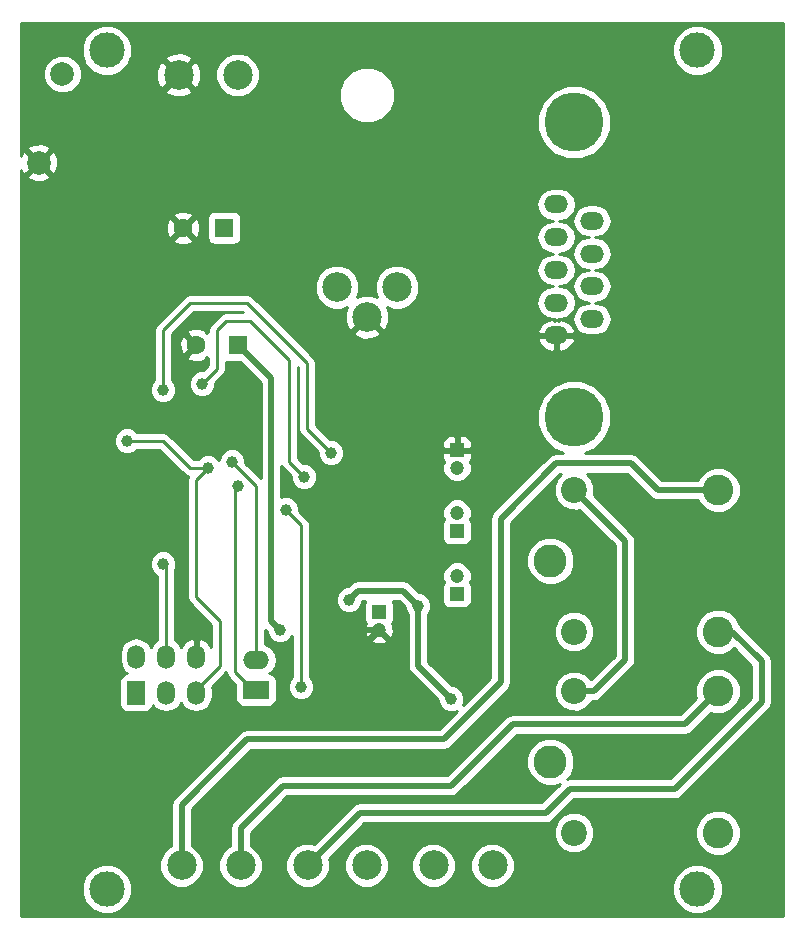
<source format=gbl>
G04 #@! TF.FileFunction,Copper,L2,Bot,Signal*
%FSLAX46Y46*%
G04 Gerber Fmt 4.6, Leading zero omitted, Abs format (unit mm)*
G04 Created by KiCad (PCBNEW 4.0.6) date 12/06/17 14:38:59*
%MOMM*%
%LPD*%
G01*
G04 APERTURE LIST*
%ADD10C,0.100000*%
%ADD11C,2.999740*%
%ADD12C,2.499360*%
%ADD13R,1.600000X1.600000*%
%ADD14C,1.600000*%
%ADD15C,2.500000*%
%ADD16R,1.524000X1.998980*%
%ADD17O,1.524000X1.998980*%
%ADD18R,2.199640X1.524000*%
%ADD19O,2.199640X1.524000*%
%ADD20C,5.001260*%
%ADD21O,1.998980X1.501140*%
%ADD22C,2.200000*%
%ADD23C,2.600000*%
%ADD24C,2.800000*%
%ADD25C,2.000000*%
%ADD26R,1.200000X1.200000*%
%ADD27C,1.200000*%
%ADD28C,1.000000*%
%ADD29C,0.500000*%
%ADD30C,0.250000*%
%ADD31C,0.254000*%
G04 APERTURE END LIST*
D10*
D11*
X78000000Y-18000000D03*
X28000000Y-18000000D03*
X28000000Y-89000000D03*
D12*
X52578000Y-38049200D03*
X47498000Y-38049200D03*
X50038000Y-40589200D03*
D13*
X37945000Y-33020000D03*
D14*
X34445000Y-33020000D03*
D13*
X39088000Y-42926000D03*
D14*
X35588000Y-42926000D03*
D15*
X39076000Y-20066000D03*
X34076000Y-20066000D03*
D16*
X30480000Y-72384920D03*
D17*
X30480000Y-69347080D03*
X33020000Y-72384920D03*
X33020000Y-69347080D03*
X35560000Y-72384920D03*
X35560000Y-69347080D03*
D18*
X40640000Y-72136000D03*
D19*
X40640000Y-69596000D03*
D20*
X67564000Y-24081740D03*
D21*
X66045080Y-36576000D03*
X66045080Y-33804860D03*
X66045080Y-31036260D03*
X66045080Y-39347140D03*
X66045080Y-42115740D03*
X69082920Y-40731440D03*
X69082920Y-37960300D03*
X69082920Y-35191700D03*
X69082920Y-32420560D03*
D20*
X67564000Y-49070260D03*
D15*
X55666000Y-86995000D03*
X60666000Y-86995000D03*
X44998000Y-86995000D03*
X49998000Y-86995000D03*
X34330000Y-86995000D03*
X39330000Y-86995000D03*
D22*
X67560000Y-67214000D03*
D23*
X79760000Y-67214000D03*
X79760000Y-55214000D03*
D22*
X67560000Y-55214000D03*
D24*
X65560000Y-61214000D03*
D22*
X67560000Y-84232000D03*
D23*
X79760000Y-84232000D03*
X79760000Y-72232000D03*
D22*
X67560000Y-72232000D03*
D24*
X65560000Y-78232000D03*
D25*
X24241000Y-19999000D03*
X22241000Y-27499000D03*
D26*
X57658000Y-63996000D03*
D27*
X57658000Y-62496000D03*
D26*
X57658000Y-58662000D03*
D27*
X57658000Y-57162000D03*
D26*
X51054000Y-65544000D03*
D27*
X51054000Y-67044000D03*
D26*
X57658000Y-51828000D03*
D27*
X57658000Y-53328000D03*
D11*
X78000000Y-89000000D03*
D28*
X57150000Y-72898000D03*
X48514000Y-64516000D03*
X54356000Y-65024000D03*
X42672000Y-67056000D03*
X49530000Y-59944000D03*
X49530000Y-74422000D03*
X29718000Y-52578000D03*
X23622000Y-54102000D03*
X27178000Y-53340000D03*
X32766000Y-61468000D03*
X29718000Y-51054000D03*
X36576000Y-53340000D03*
X39116000Y-54864000D03*
X38608000Y-52832000D03*
X43180000Y-56896000D03*
X44450000Y-71882000D03*
X36068000Y-46228000D03*
X44704000Y-54102000D03*
X46990000Y-52070000D03*
X32766000Y-46736000D03*
D29*
X67560000Y-72232000D02*
X69246000Y-72232000D01*
X71882000Y-59536000D02*
X67560000Y-55214000D01*
X71882000Y-69596000D02*
X71882000Y-59536000D01*
X69246000Y-72232000D02*
X71882000Y-69596000D01*
X54356000Y-70104000D02*
X54356000Y-65024000D01*
X57150000Y-72898000D02*
X54356000Y-70104000D01*
X49276000Y-63754000D02*
X48514000Y-64516000D01*
X53086000Y-63754000D02*
X49276000Y-63754000D01*
X54356000Y-65024000D02*
X53086000Y-63754000D01*
X39088000Y-42926000D02*
X41910000Y-45748000D01*
X41910000Y-66294000D02*
X42672000Y-67056000D01*
X41910000Y-45748000D02*
X41910000Y-66294000D01*
X48248000Y-67044000D02*
X51054000Y-67044000D01*
X46990000Y-65786000D02*
X48248000Y-67044000D01*
X46990000Y-62484000D02*
X46990000Y-65786000D01*
X49530000Y-59944000D02*
X46990000Y-62484000D01*
X49530000Y-74422000D02*
X49530000Y-68568000D01*
X49530000Y-68568000D02*
X51054000Y-67044000D01*
X27940000Y-52578000D02*
X27178000Y-53340000D01*
X29718000Y-52578000D02*
X27940000Y-52578000D01*
X24384000Y-54102000D02*
X23622000Y-54102000D01*
X25146000Y-53340000D02*
X24384000Y-54102000D01*
X27178000Y-53340000D02*
X25146000Y-53340000D01*
D30*
X33020000Y-69596000D02*
X33020000Y-61722000D01*
X33020000Y-61722000D02*
X32766000Y-61468000D01*
X36576000Y-53340000D02*
X35052000Y-53340000D01*
X32766000Y-51054000D02*
X29718000Y-51054000D01*
X35052000Y-53340000D02*
X32766000Y-51054000D01*
X36576000Y-53340000D02*
X35560000Y-54356000D01*
X37592000Y-70104000D02*
X35560000Y-72136000D01*
X37592000Y-66294000D02*
X37592000Y-70104000D01*
X35560000Y-64262000D02*
X37592000Y-66294000D01*
X35560000Y-54356000D02*
X35560000Y-64262000D01*
X40640000Y-72136000D02*
X40386000Y-72136000D01*
X40386000Y-72136000D02*
X38862000Y-70612000D01*
X38862000Y-70612000D02*
X38862000Y-55118000D01*
X38862000Y-55118000D02*
X39116000Y-54864000D01*
X40640000Y-69596000D02*
X40640000Y-54864000D01*
X40640000Y-54864000D02*
X38608000Y-52832000D01*
D29*
X79760000Y-67214000D02*
X80930000Y-67214000D01*
X80930000Y-67214000D02*
X83439000Y-69723000D01*
X83439000Y-69723000D02*
X83439000Y-73152000D01*
X83439000Y-73152000D02*
X76073000Y-80518000D01*
X76073000Y-80518000D02*
X67183000Y-80518000D01*
X67183000Y-80518000D02*
X65151000Y-82550000D01*
X65151000Y-82550000D02*
X49443000Y-82550000D01*
X49443000Y-82550000D02*
X44998000Y-86995000D01*
X79760000Y-55214000D02*
X74645000Y-55214000D01*
X34330000Y-81875000D02*
X34330000Y-86995000D01*
X39878000Y-76327000D02*
X34330000Y-81875000D01*
X56515000Y-76327000D02*
X39878000Y-76327000D01*
X61341000Y-71501000D02*
X56515000Y-76327000D01*
X61341000Y-57658000D02*
X61341000Y-71501000D01*
X66040000Y-52959000D02*
X61341000Y-57658000D01*
X72390000Y-52959000D02*
X66040000Y-52959000D01*
X74645000Y-55214000D02*
X72390000Y-52959000D01*
X39330000Y-86995000D02*
X39330000Y-83860000D01*
X76935000Y-75057000D02*
X79760000Y-72232000D01*
X62357000Y-75057000D02*
X76935000Y-75057000D01*
X57150000Y-80264000D02*
X62357000Y-75057000D01*
X42926000Y-80264000D02*
X57150000Y-80264000D01*
X39330000Y-83860000D02*
X42926000Y-80264000D01*
D30*
X44450000Y-58166000D02*
X43180000Y-56896000D01*
X44450000Y-71882000D02*
X44450000Y-58166000D01*
X37338000Y-44958000D02*
X36068000Y-46228000D01*
X37338000Y-41656000D02*
X37338000Y-44958000D01*
X38100000Y-40894000D02*
X37338000Y-41656000D01*
X40132000Y-40894000D02*
X38100000Y-40894000D01*
X43434000Y-44196000D02*
X40132000Y-40894000D01*
X43434000Y-52832000D02*
X43434000Y-44196000D01*
X44704000Y-54102000D02*
X43434000Y-52832000D01*
X44958000Y-50038000D02*
X46990000Y-52070000D01*
X44958000Y-44450000D02*
X44958000Y-50038000D01*
X39878000Y-39370000D02*
X44958000Y-44450000D01*
X35052000Y-39370000D02*
X39878000Y-39370000D01*
X32766000Y-41656000D02*
X35052000Y-39370000D01*
X32766000Y-46736000D02*
X32766000Y-41656000D01*
D31*
G36*
X85290000Y-91290000D02*
X20710000Y-91290000D01*
X20710000Y-89422789D01*
X25864760Y-89422789D01*
X26189090Y-90207727D01*
X26789114Y-90808800D01*
X27573485Y-91134499D01*
X28422789Y-91135240D01*
X29207727Y-90810910D01*
X29808800Y-90210886D01*
X30134499Y-89426515D01*
X30134502Y-89422789D01*
X75864760Y-89422789D01*
X76189090Y-90207727D01*
X76789114Y-90808800D01*
X77573485Y-91134499D01*
X78422789Y-91135240D01*
X79207727Y-90810910D01*
X79808800Y-90210886D01*
X80134499Y-89426515D01*
X80135240Y-88577211D01*
X79810910Y-87792273D01*
X79210886Y-87191200D01*
X78426515Y-86865501D01*
X77577211Y-86864760D01*
X76792273Y-87189090D01*
X76191200Y-87789114D01*
X75865501Y-88573485D01*
X75864760Y-89422789D01*
X30134502Y-89422789D01*
X30135240Y-88577211D01*
X29810910Y-87792273D01*
X29387682Y-87368305D01*
X32444674Y-87368305D01*
X32731043Y-88061372D01*
X33260839Y-88592093D01*
X33953405Y-88879672D01*
X34703305Y-88880326D01*
X35396372Y-88593957D01*
X35927093Y-88064161D01*
X36214672Y-87371595D01*
X36214674Y-87368305D01*
X37444674Y-87368305D01*
X37731043Y-88061372D01*
X38260839Y-88592093D01*
X38953405Y-88879672D01*
X39703305Y-88880326D01*
X40396372Y-88593957D01*
X40927093Y-88064161D01*
X41214672Y-87371595D01*
X41214674Y-87368305D01*
X43112674Y-87368305D01*
X43399043Y-88061372D01*
X43928839Y-88592093D01*
X44621405Y-88879672D01*
X45371305Y-88880326D01*
X46064372Y-88593957D01*
X46595093Y-88064161D01*
X46882672Y-87371595D01*
X46882674Y-87368305D01*
X48112674Y-87368305D01*
X48399043Y-88061372D01*
X48928839Y-88592093D01*
X49621405Y-88879672D01*
X50371305Y-88880326D01*
X51064372Y-88593957D01*
X51595093Y-88064161D01*
X51882672Y-87371595D01*
X51882674Y-87368305D01*
X53780674Y-87368305D01*
X54067043Y-88061372D01*
X54596839Y-88592093D01*
X55289405Y-88879672D01*
X56039305Y-88880326D01*
X56732372Y-88593957D01*
X57263093Y-88064161D01*
X57550672Y-87371595D01*
X57550674Y-87368305D01*
X58780674Y-87368305D01*
X59067043Y-88061372D01*
X59596839Y-88592093D01*
X60289405Y-88879672D01*
X61039305Y-88880326D01*
X61732372Y-88593957D01*
X62263093Y-88064161D01*
X62550672Y-87371595D01*
X62551326Y-86621695D01*
X62264957Y-85928628D01*
X61735161Y-85397907D01*
X61042595Y-85110328D01*
X60292695Y-85109674D01*
X59599628Y-85396043D01*
X59068907Y-85925839D01*
X58781328Y-86618405D01*
X58780674Y-87368305D01*
X57550674Y-87368305D01*
X57551326Y-86621695D01*
X57264957Y-85928628D01*
X56735161Y-85397907D01*
X56042595Y-85110328D01*
X55292695Y-85109674D01*
X54599628Y-85396043D01*
X54068907Y-85925839D01*
X53781328Y-86618405D01*
X53780674Y-87368305D01*
X51882674Y-87368305D01*
X51883326Y-86621695D01*
X51596957Y-85928628D01*
X51067161Y-85397907D01*
X50374595Y-85110328D01*
X49624695Y-85109674D01*
X48931628Y-85396043D01*
X48400907Y-85925839D01*
X48113328Y-86618405D01*
X48112674Y-87368305D01*
X46882674Y-87368305D01*
X46883326Y-86621695D01*
X46807178Y-86437402D01*
X48668980Y-84575599D01*
X65824699Y-84575599D01*
X66088281Y-85213515D01*
X66575918Y-85702004D01*
X67213373Y-85966699D01*
X67903599Y-85967301D01*
X68541515Y-85703719D01*
X69030004Y-85216082D01*
X69279509Y-84615207D01*
X77824665Y-84615207D01*
X78118630Y-85326658D01*
X78662479Y-85871457D01*
X79373416Y-86166663D01*
X80143207Y-86167335D01*
X80854658Y-85873370D01*
X81399457Y-85329521D01*
X81694663Y-84618584D01*
X81695335Y-83848793D01*
X81401370Y-83137342D01*
X80857521Y-82592543D01*
X80146584Y-82297337D01*
X79376793Y-82296665D01*
X78665342Y-82590630D01*
X78120543Y-83134479D01*
X77825337Y-83845416D01*
X77824665Y-84615207D01*
X69279509Y-84615207D01*
X69294699Y-84578627D01*
X69295301Y-83888401D01*
X69031719Y-83250485D01*
X68544082Y-82761996D01*
X67906627Y-82497301D01*
X67216401Y-82496699D01*
X66578485Y-82760281D01*
X66089996Y-83247918D01*
X65825301Y-83885373D01*
X65824699Y-84575599D01*
X48668980Y-84575599D01*
X49809579Y-83435000D01*
X65150995Y-83435000D01*
X65151000Y-83435001D01*
X65433484Y-83378810D01*
X65489675Y-83367633D01*
X65776790Y-83175790D01*
X67549579Y-81403000D01*
X76072995Y-81403000D01*
X76073000Y-81403001D01*
X76355484Y-81346810D01*
X76411675Y-81335633D01*
X76698790Y-81143790D01*
X76698791Y-81143789D01*
X84064787Y-73777792D01*
X84064790Y-73777790D01*
X84256633Y-73490675D01*
X84277771Y-73384410D01*
X84324001Y-73152000D01*
X84324000Y-73151995D01*
X84324000Y-69723005D01*
X84324001Y-69723000D01*
X84256633Y-69384326D01*
X84256633Y-69384325D01*
X84064790Y-69097210D01*
X84064787Y-69097208D01*
X81622783Y-66655203D01*
X81401370Y-66119342D01*
X80857521Y-65574543D01*
X80146584Y-65279337D01*
X79376793Y-65278665D01*
X78665342Y-65572630D01*
X78120543Y-66116479D01*
X77825337Y-66827416D01*
X77824665Y-67597207D01*
X78118630Y-68308658D01*
X78662479Y-68853457D01*
X79373416Y-69148663D01*
X80143207Y-69149335D01*
X80854658Y-68855370D01*
X81087427Y-68623007D01*
X82554000Y-70089579D01*
X82554000Y-72785421D01*
X75706420Y-79633000D01*
X67183005Y-79633000D01*
X67183000Y-79632999D01*
X67000659Y-79669270D01*
X67284183Y-79386240D01*
X67594646Y-78638562D01*
X67595352Y-77828989D01*
X67286195Y-77080771D01*
X66714240Y-76507817D01*
X65966562Y-76197354D01*
X65156989Y-76196648D01*
X64408771Y-76505805D01*
X63835817Y-77077760D01*
X63525354Y-77825438D01*
X63524648Y-78635011D01*
X63833805Y-79383229D01*
X64405760Y-79956183D01*
X65153438Y-80266646D01*
X65963011Y-80267352D01*
X66336315Y-80113106D01*
X64784420Y-81665000D01*
X49443005Y-81665000D01*
X49443000Y-81664999D01*
X49104325Y-81732367D01*
X48817210Y-81924210D01*
X48817208Y-81924213D01*
X45555835Y-85185585D01*
X45374595Y-85110328D01*
X44624695Y-85109674D01*
X43931628Y-85396043D01*
X43400907Y-85925839D01*
X43113328Y-86618405D01*
X43112674Y-87368305D01*
X41214674Y-87368305D01*
X41215326Y-86621695D01*
X40928957Y-85928628D01*
X40399161Y-85397907D01*
X40215000Y-85321437D01*
X40215000Y-84226580D01*
X43292579Y-81149000D01*
X57149995Y-81149000D01*
X57150000Y-81149001D01*
X57432484Y-81092810D01*
X57488675Y-81081633D01*
X57775790Y-80889790D01*
X57775791Y-80889789D01*
X62723579Y-75942000D01*
X76934995Y-75942000D01*
X76935000Y-75942001D01*
X77217484Y-75885810D01*
X77273675Y-75874633D01*
X77560790Y-75682790D01*
X79163910Y-74079669D01*
X79373416Y-74166663D01*
X80143207Y-74167335D01*
X80854658Y-73873370D01*
X81399457Y-73329521D01*
X81694663Y-72618584D01*
X81695335Y-71848793D01*
X81401370Y-71137342D01*
X80857521Y-70592543D01*
X80146584Y-70297337D01*
X79376793Y-70296665D01*
X78665342Y-70590630D01*
X78120543Y-71134479D01*
X77825337Y-71845416D01*
X77824665Y-72615207D01*
X77912540Y-72827881D01*
X76568420Y-74172000D01*
X62357005Y-74172000D01*
X62357000Y-74171999D01*
X62074516Y-74228190D01*
X62018325Y-74239367D01*
X61731210Y-74431210D01*
X61731208Y-74431213D01*
X56783420Y-79379000D01*
X42926005Y-79379000D01*
X42926000Y-79378999D01*
X42643516Y-79435190D01*
X42587325Y-79446367D01*
X42300210Y-79638210D01*
X42300208Y-79638213D01*
X38704210Y-83234210D01*
X38512367Y-83521325D01*
X38512367Y-83521326D01*
X38444999Y-83860000D01*
X38445000Y-83860005D01*
X38445000Y-85321102D01*
X38263628Y-85396043D01*
X37732907Y-85925839D01*
X37445328Y-86618405D01*
X37444674Y-87368305D01*
X36214674Y-87368305D01*
X36215326Y-86621695D01*
X35928957Y-85928628D01*
X35399161Y-85397907D01*
X35215000Y-85321437D01*
X35215000Y-82241580D01*
X40244579Y-77212000D01*
X56514995Y-77212000D01*
X56515000Y-77212001D01*
X56797484Y-77155810D01*
X56853675Y-77144633D01*
X57140790Y-76952790D01*
X57140791Y-76952789D01*
X61966787Y-72126792D01*
X61966790Y-72126790D01*
X62158633Y-71839675D01*
X62169810Y-71783484D01*
X62226001Y-71501000D01*
X62226000Y-71500995D01*
X62226000Y-67557599D01*
X65824699Y-67557599D01*
X66088281Y-68195515D01*
X66575918Y-68684004D01*
X67213373Y-68948699D01*
X67903599Y-68949301D01*
X68541515Y-68685719D01*
X69030004Y-68198082D01*
X69294699Y-67560627D01*
X69295301Y-66870401D01*
X69031719Y-66232485D01*
X68544082Y-65743996D01*
X67906627Y-65479301D01*
X67216401Y-65478699D01*
X66578485Y-65742281D01*
X66089996Y-66229918D01*
X65825301Y-66867373D01*
X65824699Y-67557599D01*
X62226000Y-67557599D01*
X62226000Y-61617011D01*
X63524648Y-61617011D01*
X63833805Y-62365229D01*
X64405760Y-62938183D01*
X65153438Y-63248646D01*
X65963011Y-63249352D01*
X66711229Y-62940195D01*
X67284183Y-62368240D01*
X67594646Y-61620562D01*
X67595352Y-60810989D01*
X67286195Y-60062771D01*
X66714240Y-59489817D01*
X65966562Y-59179354D01*
X65156989Y-59178648D01*
X64408771Y-59487805D01*
X63835817Y-60059760D01*
X63525354Y-60807438D01*
X63524648Y-61617011D01*
X62226000Y-61617011D01*
X62226000Y-58024580D01*
X66406579Y-53844000D01*
X66476588Y-53844000D01*
X66089996Y-54229918D01*
X65825301Y-54867373D01*
X65824699Y-55557599D01*
X66088281Y-56195515D01*
X66575918Y-56684004D01*
X67213373Y-56948699D01*
X67903599Y-56949301D01*
X68002752Y-56908332D01*
X70997000Y-59902579D01*
X70997000Y-69229421D01*
X69003851Y-71222569D01*
X68544082Y-70761996D01*
X67906627Y-70497301D01*
X67216401Y-70496699D01*
X66578485Y-70760281D01*
X66089996Y-71247918D01*
X65825301Y-71885373D01*
X65824699Y-72575599D01*
X66088281Y-73213515D01*
X66575918Y-73702004D01*
X67213373Y-73966699D01*
X67903599Y-73967301D01*
X68541515Y-73703719D01*
X69030004Y-73216082D01*
X69071147Y-73117000D01*
X69245995Y-73117000D01*
X69246000Y-73117001D01*
X69528484Y-73060810D01*
X69584675Y-73049633D01*
X69871790Y-72857790D01*
X72507787Y-70221792D01*
X72507790Y-70221790D01*
X72699633Y-69934675D01*
X72733319Y-69765326D01*
X72767001Y-69596000D01*
X72767000Y-69595995D01*
X72767000Y-59536005D01*
X72767001Y-59536000D01*
X72699633Y-59197326D01*
X72699633Y-59197325D01*
X72507790Y-58910210D01*
X72507787Y-58910208D01*
X69254652Y-55657072D01*
X69294699Y-55560627D01*
X69295301Y-54870401D01*
X69031719Y-54232485D01*
X68643912Y-53844000D01*
X72023420Y-53844000D01*
X74019208Y-55839787D01*
X74019210Y-55839790D01*
X74211054Y-55967975D01*
X74306326Y-56031634D01*
X74645000Y-56099001D01*
X74645005Y-56099000D01*
X78032001Y-56099000D01*
X78118630Y-56308658D01*
X78662479Y-56853457D01*
X79373416Y-57148663D01*
X80143207Y-57149335D01*
X80854658Y-56855370D01*
X81399457Y-56311521D01*
X81694663Y-55600584D01*
X81695335Y-54830793D01*
X81401370Y-54119342D01*
X80857521Y-53574543D01*
X80146584Y-53279337D01*
X79376793Y-53278665D01*
X78665342Y-53572630D01*
X78120543Y-54116479D01*
X78032297Y-54329000D01*
X75011579Y-54329000D01*
X73015790Y-52333210D01*
X72961232Y-52296756D01*
X72728675Y-52141367D01*
X72672484Y-52130190D01*
X72390000Y-52073999D01*
X72389995Y-52074000D01*
X68505492Y-52074000D01*
X69337871Y-51730068D01*
X70220708Y-50848771D01*
X70699085Y-49696712D01*
X70700173Y-48449281D01*
X70223808Y-47296389D01*
X69342511Y-46413552D01*
X68190452Y-45935175D01*
X66943021Y-45934087D01*
X65790129Y-46410452D01*
X64907292Y-47291749D01*
X64428915Y-48443808D01*
X64427827Y-49691239D01*
X64904192Y-50844131D01*
X65785489Y-51726968D01*
X66621234Y-52074000D01*
X66040005Y-52074000D01*
X66040000Y-52073999D01*
X65701326Y-52141366D01*
X65629742Y-52189197D01*
X65414210Y-52333210D01*
X65414208Y-52333213D01*
X60715210Y-57032210D01*
X60523367Y-57319325D01*
X60523367Y-57319326D01*
X60455999Y-57658000D01*
X60456000Y-57658005D01*
X60456000Y-71134421D01*
X58156374Y-73434047D01*
X58284803Y-73124756D01*
X58285197Y-72673225D01*
X58112767Y-72255914D01*
X57793765Y-71936355D01*
X57376756Y-71763197D01*
X57266680Y-71763101D01*
X55241000Y-69737420D01*
X55241000Y-65744276D01*
X55317645Y-65667765D01*
X55490803Y-65250756D01*
X55491197Y-64799225D01*
X55318767Y-64381914D01*
X54999765Y-64062355D01*
X54582756Y-63889197D01*
X54472680Y-63889101D01*
X53979580Y-63396000D01*
X56410560Y-63396000D01*
X56410560Y-64596000D01*
X56454838Y-64831317D01*
X56593910Y-65047441D01*
X56806110Y-65192431D01*
X57058000Y-65243440D01*
X58258000Y-65243440D01*
X58493317Y-65199162D01*
X58709441Y-65060090D01*
X58854431Y-64847890D01*
X58905440Y-64596000D01*
X58905440Y-63396000D01*
X58861162Y-63160683D01*
X58774901Y-63026630D01*
X58892785Y-62742734D01*
X58893214Y-62251421D01*
X58705592Y-61797343D01*
X58358485Y-61449629D01*
X57904734Y-61261215D01*
X57413421Y-61260786D01*
X56959343Y-61448408D01*
X56611629Y-61795515D01*
X56423215Y-62249266D01*
X56422786Y-62740579D01*
X56541304Y-63027414D01*
X56461569Y-63144110D01*
X56410560Y-63396000D01*
X53979580Y-63396000D01*
X53711790Y-63128210D01*
X53424675Y-62936367D01*
X53368484Y-62925190D01*
X53086000Y-62868999D01*
X53085995Y-62869000D01*
X49276005Y-62869000D01*
X49276000Y-62868999D01*
X48993516Y-62925190D01*
X48937325Y-62936367D01*
X48650210Y-63128210D01*
X48650208Y-63128213D01*
X48397523Y-63380897D01*
X48289225Y-63380803D01*
X47871914Y-63553233D01*
X47552355Y-63872235D01*
X47379197Y-64289244D01*
X47378803Y-64740775D01*
X47551233Y-65158086D01*
X47870235Y-65477645D01*
X48287244Y-65650803D01*
X48738775Y-65651197D01*
X49156086Y-65478767D01*
X49475645Y-65159765D01*
X49648803Y-64742756D01*
X49648894Y-64639000D01*
X49893857Y-64639000D01*
X49857569Y-64692110D01*
X49806560Y-64944000D01*
X49806560Y-66144000D01*
X49850838Y-66379317D01*
X49932766Y-66506636D01*
X49806193Y-66875036D01*
X49836518Y-67365413D01*
X49965836Y-67677617D01*
X50191265Y-67727130D01*
X50874395Y-67044000D01*
X50860253Y-67029858D01*
X51039858Y-66850253D01*
X51054000Y-66864395D01*
X51068143Y-66850253D01*
X51247748Y-67029858D01*
X51233605Y-67044000D01*
X51916735Y-67727130D01*
X52142164Y-67677617D01*
X52301807Y-67212964D01*
X52271482Y-66722587D01*
X52179289Y-66500010D01*
X52250431Y-66395890D01*
X52301440Y-66144000D01*
X52301440Y-64944000D01*
X52257162Y-64708683D01*
X52212322Y-64639000D01*
X52719420Y-64639000D01*
X53220897Y-65140477D01*
X53220803Y-65248775D01*
X53393233Y-65666086D01*
X53471000Y-65743989D01*
X53471000Y-70103995D01*
X53470999Y-70104000D01*
X53514196Y-70321161D01*
X53538367Y-70442675D01*
X53632682Y-70583828D01*
X53730210Y-70729790D01*
X56014897Y-73014477D01*
X56014803Y-73122775D01*
X56187233Y-73540086D01*
X56506235Y-73859645D01*
X56923244Y-74032803D01*
X57374775Y-74033197D01*
X57685692Y-73904728D01*
X56148420Y-75442000D01*
X39878005Y-75442000D01*
X39878000Y-75441999D01*
X39595516Y-75498190D01*
X39539325Y-75509367D01*
X39252210Y-75701210D01*
X39252208Y-75701213D01*
X33704210Y-81249210D01*
X33512367Y-81536325D01*
X33512367Y-81536326D01*
X33444999Y-81875000D01*
X33445000Y-81875005D01*
X33445000Y-85321102D01*
X33263628Y-85396043D01*
X32732907Y-85925839D01*
X32445328Y-86618405D01*
X32444674Y-87368305D01*
X29387682Y-87368305D01*
X29210886Y-87191200D01*
X28426515Y-86865501D01*
X27577211Y-86864760D01*
X26792273Y-87189090D01*
X26191200Y-87789114D01*
X25865501Y-88573485D01*
X25864760Y-89422789D01*
X20710000Y-89422789D01*
X20710000Y-51278775D01*
X28582803Y-51278775D01*
X28755233Y-51696086D01*
X29074235Y-52015645D01*
X29491244Y-52188803D01*
X29942775Y-52189197D01*
X30360086Y-52016767D01*
X30563207Y-51814000D01*
X32451198Y-51814000D01*
X34514599Y-53877401D01*
X34761160Y-54042148D01*
X34860081Y-54061825D01*
X34857852Y-54065161D01*
X34800000Y-54356000D01*
X34800000Y-64262000D01*
X34857852Y-64552839D01*
X35022599Y-64799401D01*
X36832000Y-66608802D01*
X36832000Y-68538170D01*
X36813135Y-68471253D01*
X36473465Y-68040290D01*
X35994728Y-67772118D01*
X35903070Y-67755370D01*
X35687000Y-67877870D01*
X35687000Y-69220080D01*
X35707000Y-69220080D01*
X35707000Y-69474080D01*
X35687000Y-69474080D01*
X35687000Y-69494080D01*
X35433000Y-69494080D01*
X35433000Y-69474080D01*
X35413000Y-69474080D01*
X35413000Y-69220080D01*
X35433000Y-69220080D01*
X35433000Y-67877870D01*
X35216930Y-67755370D01*
X35125272Y-67772118D01*
X34646535Y-68040290D01*
X34306865Y-68471253D01*
X34293774Y-68517688D01*
X34007828Y-68089740D01*
X33780000Y-67937510D01*
X33780000Y-61985681D01*
X33900803Y-61694756D01*
X33901197Y-61243225D01*
X33728767Y-60825914D01*
X33409765Y-60506355D01*
X32992756Y-60333197D01*
X32541225Y-60332803D01*
X32123914Y-60505233D01*
X31804355Y-60824235D01*
X31631197Y-61241244D01*
X31630803Y-61692775D01*
X31803233Y-62110086D01*
X32122235Y-62429645D01*
X32260000Y-62486850D01*
X32260000Y-67937510D01*
X32032172Y-68089740D01*
X31750000Y-68512039D01*
X31467828Y-68089740D01*
X31014609Y-67786908D01*
X30480000Y-67680568D01*
X29945391Y-67786908D01*
X29492172Y-68089740D01*
X29189340Y-68542959D01*
X29083000Y-69077568D01*
X29083000Y-69616592D01*
X29189340Y-70151201D01*
X29492172Y-70604420D01*
X29697770Y-70741797D01*
X29482683Y-70782268D01*
X29266559Y-70921340D01*
X29121569Y-71133540D01*
X29070560Y-71385430D01*
X29070560Y-73384410D01*
X29114838Y-73619727D01*
X29253910Y-73835851D01*
X29466110Y-73980841D01*
X29718000Y-74031850D01*
X31242000Y-74031850D01*
X31477317Y-73987572D01*
X31693441Y-73848500D01*
X31838431Y-73636300D01*
X31882565Y-73418358D01*
X32032172Y-73642260D01*
X32485391Y-73945092D01*
X33020000Y-74051432D01*
X33554609Y-73945092D01*
X34007828Y-73642260D01*
X34290000Y-73219961D01*
X34572172Y-73642260D01*
X35025391Y-73945092D01*
X35560000Y-74051432D01*
X36094609Y-73945092D01*
X36547828Y-73642260D01*
X36850660Y-73189041D01*
X36957000Y-72654432D01*
X36957000Y-72115408D01*
X36906960Y-71863842D01*
X38111424Y-70659378D01*
X38159852Y-70902839D01*
X38324599Y-71149401D01*
X38892740Y-71717542D01*
X38892740Y-72898000D01*
X38937018Y-73133317D01*
X39076090Y-73349441D01*
X39288290Y-73494431D01*
X39540180Y-73545440D01*
X41739820Y-73545440D01*
X41975137Y-73501162D01*
X42191261Y-73362090D01*
X42336251Y-73149890D01*
X42387260Y-72898000D01*
X42387260Y-71374000D01*
X42342982Y-71138683D01*
X42203910Y-70922559D01*
X41991710Y-70777569D01*
X41775276Y-70733740D01*
X41999635Y-70583828D01*
X42302467Y-70130609D01*
X42408807Y-69596000D01*
X42302467Y-69061391D01*
X41999635Y-68608172D01*
X41546416Y-68305340D01*
X41400000Y-68276216D01*
X41400000Y-67035580D01*
X41536897Y-67172477D01*
X41536803Y-67280775D01*
X41709233Y-67698086D01*
X42028235Y-68017645D01*
X42445244Y-68190803D01*
X42896775Y-68191197D01*
X43314086Y-68018767D01*
X43633645Y-67699765D01*
X43690000Y-67564048D01*
X43690000Y-71036941D01*
X43488355Y-71238235D01*
X43315197Y-71655244D01*
X43314803Y-72106775D01*
X43487233Y-72524086D01*
X43806235Y-72843645D01*
X44223244Y-73016803D01*
X44674775Y-73017197D01*
X45092086Y-72844767D01*
X45411645Y-72525765D01*
X45584803Y-72108756D01*
X45585197Y-71657225D01*
X45412767Y-71239914D01*
X45210000Y-71036793D01*
X45210000Y-67906735D01*
X50370870Y-67906735D01*
X50420383Y-68132164D01*
X50885036Y-68291807D01*
X51375413Y-68261482D01*
X51687617Y-68132164D01*
X51737130Y-67906735D01*
X51054000Y-67223605D01*
X50370870Y-67906735D01*
X45210000Y-67906735D01*
X45210000Y-58166000D01*
X45189313Y-58062000D01*
X56410560Y-58062000D01*
X56410560Y-59262000D01*
X56454838Y-59497317D01*
X56593910Y-59713441D01*
X56806110Y-59858431D01*
X57058000Y-59909440D01*
X58258000Y-59909440D01*
X58493317Y-59865162D01*
X58709441Y-59726090D01*
X58854431Y-59513890D01*
X58905440Y-59262000D01*
X58905440Y-58062000D01*
X58861162Y-57826683D01*
X58774901Y-57692630D01*
X58892785Y-57408734D01*
X58893214Y-56917421D01*
X58705592Y-56463343D01*
X58358485Y-56115629D01*
X57904734Y-55927215D01*
X57413421Y-55926786D01*
X56959343Y-56114408D01*
X56611629Y-56461515D01*
X56423215Y-56915266D01*
X56422786Y-57406579D01*
X56541304Y-57693414D01*
X56461569Y-57810110D01*
X56410560Y-58062000D01*
X45189313Y-58062000D01*
X45152148Y-57875161D01*
X45152148Y-57875160D01*
X44987401Y-57628599D01*
X44314948Y-56956146D01*
X44315197Y-56671225D01*
X44142767Y-56253914D01*
X43823765Y-55934355D01*
X43406756Y-55761197D01*
X42955225Y-55760803D01*
X42795000Y-55827007D01*
X42795000Y-53217347D01*
X42896599Y-53369401D01*
X43569052Y-54041854D01*
X43568803Y-54326775D01*
X43741233Y-54744086D01*
X44060235Y-55063645D01*
X44477244Y-55236803D01*
X44928775Y-55237197D01*
X45346086Y-55064767D01*
X45665645Y-54745765D01*
X45838803Y-54328756D01*
X45839197Y-53877225D01*
X45713320Y-53572579D01*
X56422786Y-53572579D01*
X56610408Y-54026657D01*
X56957515Y-54374371D01*
X57411266Y-54562785D01*
X57902579Y-54563214D01*
X58356657Y-54375592D01*
X58704371Y-54028485D01*
X58892785Y-53574734D01*
X58893214Y-53083421D01*
X58778422Y-52805604D01*
X58796327Y-52787699D01*
X58893000Y-52554310D01*
X58893000Y-52113750D01*
X58734250Y-51955000D01*
X57785000Y-51955000D01*
X57785000Y-51975000D01*
X57531000Y-51975000D01*
X57531000Y-51955000D01*
X56581750Y-51955000D01*
X56423000Y-52113750D01*
X56423000Y-52554310D01*
X56519673Y-52787699D01*
X56537650Y-52805676D01*
X56423215Y-53081266D01*
X56422786Y-53572579D01*
X45713320Y-53572579D01*
X45666767Y-53459914D01*
X45347765Y-53140355D01*
X44930756Y-52967197D01*
X44643749Y-52966947D01*
X44194000Y-52517198D01*
X44194000Y-44760802D01*
X44198000Y-44764802D01*
X44198000Y-50038000D01*
X44255852Y-50328839D01*
X44420599Y-50575401D01*
X45855052Y-52009854D01*
X45854803Y-52294775D01*
X46027233Y-52712086D01*
X46346235Y-53031645D01*
X46763244Y-53204803D01*
X47214775Y-53205197D01*
X47632086Y-53032767D01*
X47951645Y-52713765D01*
X48124803Y-52296756D01*
X48125197Y-51845225D01*
X47952767Y-51427914D01*
X47633765Y-51108355D01*
X47617714Y-51101690D01*
X56423000Y-51101690D01*
X56423000Y-51542250D01*
X56581750Y-51701000D01*
X57531000Y-51701000D01*
X57531000Y-50751750D01*
X57785000Y-50751750D01*
X57785000Y-51701000D01*
X58734250Y-51701000D01*
X58893000Y-51542250D01*
X58893000Y-51101690D01*
X58796327Y-50868301D01*
X58617698Y-50689673D01*
X58384309Y-50593000D01*
X57943750Y-50593000D01*
X57785000Y-50751750D01*
X57531000Y-50751750D01*
X57372250Y-50593000D01*
X56931691Y-50593000D01*
X56698302Y-50689673D01*
X56519673Y-50868301D01*
X56423000Y-51101690D01*
X47617714Y-51101690D01*
X47216756Y-50935197D01*
X46929749Y-50934947D01*
X45718000Y-49723198D01*
X45718000Y-44450000D01*
X45660148Y-44159161D01*
X45495401Y-43912599D01*
X43505091Y-41922289D01*
X48884517Y-41922289D01*
X49013725Y-42215059D01*
X49713883Y-42483271D01*
X50463384Y-42463128D01*
X50478142Y-42457015D01*
X64453277Y-42457015D01*
X64471923Y-42559045D01*
X64742370Y-43032064D01*
X65173247Y-43365581D01*
X65698957Y-43508821D01*
X65918080Y-43348126D01*
X65918080Y-42242740D01*
X66172080Y-42242740D01*
X66172080Y-43348126D01*
X66391203Y-43508821D01*
X66916913Y-43365581D01*
X67347790Y-43032064D01*
X67618237Y-42559045D01*
X67636883Y-42457015D01*
X67514229Y-42242740D01*
X66172080Y-42242740D01*
X65918080Y-42242740D01*
X64575931Y-42242740D01*
X64453277Y-42457015D01*
X50478142Y-42457015D01*
X51062275Y-42215059D01*
X51191483Y-41922289D01*
X50038000Y-40768805D01*
X48884517Y-41922289D01*
X43505091Y-41922289D01*
X40415401Y-38832599D01*
X40168839Y-38667852D01*
X39878000Y-38610000D01*
X35052000Y-38610000D01*
X34761160Y-38667852D01*
X34514599Y-38832599D01*
X32228599Y-41118599D01*
X32063852Y-41365161D01*
X32006000Y-41656000D01*
X32006000Y-45890941D01*
X31804355Y-46092235D01*
X31631197Y-46509244D01*
X31630803Y-46960775D01*
X31803233Y-47378086D01*
X32122235Y-47697645D01*
X32539244Y-47870803D01*
X32990775Y-47871197D01*
X33408086Y-47698767D01*
X33727645Y-47379765D01*
X33900803Y-46962756D01*
X33901197Y-46511225D01*
X33728767Y-46093914D01*
X33526000Y-45890793D01*
X33526000Y-42709223D01*
X34141035Y-42709223D01*
X34168222Y-43279454D01*
X34334136Y-43680005D01*
X34580255Y-43754139D01*
X35408395Y-42926000D01*
X34580255Y-42097861D01*
X34334136Y-42171995D01*
X34141035Y-42709223D01*
X33526000Y-42709223D01*
X33526000Y-41970802D01*
X35366802Y-40130000D01*
X39563198Y-40130000D01*
X39567198Y-40134000D01*
X38100000Y-40134000D01*
X37809161Y-40191852D01*
X37562599Y-40356599D01*
X36800599Y-41118599D01*
X36635852Y-41365161D01*
X36578000Y-41656000D01*
X36578000Y-41850364D01*
X36531014Y-41803378D01*
X36416139Y-41918253D01*
X36342005Y-41672136D01*
X35804777Y-41479035D01*
X35234546Y-41506222D01*
X34833995Y-41672136D01*
X34759861Y-41918255D01*
X35588000Y-42746395D01*
X35602142Y-42732252D01*
X35781748Y-42911858D01*
X35767605Y-42926000D01*
X35781748Y-42940142D01*
X35602142Y-43119748D01*
X35588000Y-43105605D01*
X34759861Y-43933745D01*
X34833995Y-44179864D01*
X35371223Y-44372965D01*
X35941454Y-44345778D01*
X36342005Y-44179864D01*
X36416139Y-43933747D01*
X36531014Y-44048622D01*
X36578000Y-44001636D01*
X36578000Y-44643198D01*
X36128146Y-45093052D01*
X35843225Y-45092803D01*
X35425914Y-45265233D01*
X35106355Y-45584235D01*
X34933197Y-46001244D01*
X34932803Y-46452775D01*
X35105233Y-46870086D01*
X35424235Y-47189645D01*
X35841244Y-47362803D01*
X36292775Y-47363197D01*
X36710086Y-47190767D01*
X37029645Y-46871765D01*
X37202803Y-46454756D01*
X37203053Y-46167749D01*
X37875401Y-45495401D01*
X38040148Y-45248840D01*
X38098000Y-44958000D01*
X38098000Y-44334964D01*
X38288000Y-44373440D01*
X39283860Y-44373440D01*
X41025000Y-46114579D01*
X41025000Y-54174198D01*
X39742948Y-52892146D01*
X39743197Y-52607225D01*
X39570767Y-52189914D01*
X39251765Y-51870355D01*
X38834756Y-51697197D01*
X38383225Y-51696803D01*
X37965914Y-51869233D01*
X37646355Y-52188235D01*
X37473197Y-52605244D01*
X37473173Y-52632206D01*
X37219765Y-52378355D01*
X36802756Y-52205197D01*
X36351225Y-52204803D01*
X35933914Y-52377233D01*
X35730793Y-52580000D01*
X35366802Y-52580000D01*
X33303401Y-50516599D01*
X33056839Y-50351852D01*
X32766000Y-50294000D01*
X30563059Y-50294000D01*
X30361765Y-50092355D01*
X29944756Y-49919197D01*
X29493225Y-49918803D01*
X29075914Y-50091233D01*
X28756355Y-50410235D01*
X28583197Y-50827244D01*
X28582803Y-51278775D01*
X20710000Y-51278775D01*
X20710000Y-38422441D01*
X45612994Y-38422441D01*
X45899314Y-39115391D01*
X46429021Y-39646022D01*
X47121469Y-39933552D01*
X47871241Y-39934206D01*
X48345792Y-39738126D01*
X48143929Y-40265083D01*
X48164072Y-41014584D01*
X48412141Y-41613475D01*
X48704911Y-41742683D01*
X49858395Y-40589200D01*
X49844252Y-40575058D01*
X50023858Y-40395452D01*
X50038000Y-40409595D01*
X50052142Y-40395452D01*
X50231748Y-40575058D01*
X50217605Y-40589200D01*
X51371089Y-41742683D01*
X51663859Y-41613475D01*
X51932071Y-40913317D01*
X51911928Y-40163816D01*
X51736592Y-39740518D01*
X52201469Y-39933552D01*
X52951241Y-39934206D01*
X53644191Y-39647886D01*
X54174822Y-39118179D01*
X54462352Y-38425731D01*
X54463006Y-37675959D01*
X54176686Y-36983009D01*
X53646979Y-36452378D01*
X52954531Y-36164848D01*
X52204759Y-36164194D01*
X51511809Y-36450514D01*
X50981178Y-36980221D01*
X50693648Y-37672669D01*
X50692994Y-38422441D01*
X50889074Y-38896992D01*
X50362117Y-38695129D01*
X49612616Y-38715272D01*
X49189318Y-38890608D01*
X49382352Y-38425731D01*
X49383006Y-37675959D01*
X49096686Y-36983009D01*
X48566979Y-36452378D01*
X47874531Y-36164848D01*
X47124759Y-36164194D01*
X46431809Y-36450514D01*
X45901178Y-36980221D01*
X45613648Y-37672669D01*
X45612994Y-38422441D01*
X20710000Y-38422441D01*
X20710000Y-34027745D01*
X33616861Y-34027745D01*
X33690995Y-34273864D01*
X34228223Y-34466965D01*
X34798454Y-34439778D01*
X35199005Y-34273864D01*
X35273139Y-34027745D01*
X34445000Y-33199605D01*
X33616861Y-34027745D01*
X20710000Y-34027745D01*
X20710000Y-32803223D01*
X32998035Y-32803223D01*
X33025222Y-33373454D01*
X33191136Y-33774005D01*
X33437255Y-33848139D01*
X34265395Y-33020000D01*
X34624605Y-33020000D01*
X35452745Y-33848139D01*
X35698864Y-33774005D01*
X35891965Y-33236777D01*
X35864778Y-32666546D01*
X35698864Y-32265995D01*
X35546165Y-32220000D01*
X36497560Y-32220000D01*
X36497560Y-33820000D01*
X36541838Y-34055317D01*
X36680910Y-34271441D01*
X36893110Y-34416431D01*
X37145000Y-34467440D01*
X38745000Y-34467440D01*
X38980317Y-34423162D01*
X39196441Y-34284090D01*
X39341431Y-34071890D01*
X39392440Y-33820000D01*
X39392440Y-32220000D01*
X39348162Y-31984683D01*
X39209090Y-31768559D01*
X38996890Y-31623569D01*
X38745000Y-31572560D01*
X37145000Y-31572560D01*
X36909683Y-31616838D01*
X36693559Y-31755910D01*
X36548569Y-31968110D01*
X36497560Y-32220000D01*
X35546165Y-32220000D01*
X35452745Y-32191861D01*
X34624605Y-33020000D01*
X34265395Y-33020000D01*
X33437255Y-32191861D01*
X33191136Y-32265995D01*
X32998035Y-32803223D01*
X20710000Y-32803223D01*
X20710000Y-32012255D01*
X33616861Y-32012255D01*
X34445000Y-32840395D01*
X35273139Y-32012255D01*
X35199005Y-31766136D01*
X34661777Y-31573035D01*
X34091546Y-31600222D01*
X33690995Y-31766136D01*
X33616861Y-32012255D01*
X20710000Y-32012255D01*
X20710000Y-31036260D01*
X64378568Y-31036260D01*
X64484038Y-31566495D01*
X64784392Y-32016006D01*
X65233903Y-32316360D01*
X65757753Y-32420560D01*
X65233903Y-32524760D01*
X64784392Y-32825114D01*
X64484038Y-33274625D01*
X64378568Y-33804860D01*
X64484038Y-34335095D01*
X64784392Y-34784606D01*
X65233903Y-35084960D01*
X65764138Y-35190430D01*
X65233903Y-35295900D01*
X64784392Y-35596254D01*
X64484038Y-36045765D01*
X64378568Y-36576000D01*
X64484038Y-37106235D01*
X64784392Y-37555746D01*
X65233903Y-37856100D01*
X65764138Y-37961570D01*
X65233903Y-38067040D01*
X64784392Y-38367394D01*
X64484038Y-38816905D01*
X64378568Y-39347140D01*
X64484038Y-39877375D01*
X64784392Y-40326886D01*
X65233903Y-40627240D01*
X65764138Y-40732710D01*
X65918078Y-40732710D01*
X65918078Y-40883353D01*
X65698957Y-40722659D01*
X65173247Y-40865899D01*
X64742370Y-41199416D01*
X64471923Y-41672435D01*
X64453277Y-41774465D01*
X64575931Y-41988740D01*
X65918080Y-41988740D01*
X65918080Y-41968740D01*
X66172080Y-41968740D01*
X66172080Y-41988740D01*
X67514229Y-41988740D01*
X67636883Y-41774465D01*
X67618237Y-41672435D01*
X67347790Y-41199416D01*
X66916913Y-40865899D01*
X66391203Y-40722659D01*
X66172082Y-40883353D01*
X66172082Y-40732710D01*
X66326022Y-40732710D01*
X66856257Y-40627240D01*
X67305768Y-40326886D01*
X67606122Y-39877375D01*
X67711592Y-39347140D01*
X67606122Y-38816905D01*
X67305768Y-38367394D01*
X66856257Y-38067040D01*
X66326022Y-37961570D01*
X66856257Y-37856100D01*
X67305768Y-37555746D01*
X67606122Y-37106235D01*
X67711592Y-36576000D01*
X67606122Y-36045765D01*
X67305768Y-35596254D01*
X66856257Y-35295900D01*
X66326022Y-35190430D01*
X66856257Y-35084960D01*
X67305768Y-34784606D01*
X67606122Y-34335095D01*
X67711592Y-33804860D01*
X67606122Y-33274625D01*
X67305768Y-32825114D01*
X66856257Y-32524760D01*
X66332407Y-32420560D01*
X67416408Y-32420560D01*
X67521878Y-32950795D01*
X67822232Y-33400306D01*
X68271743Y-33700660D01*
X68801978Y-33806130D01*
X68271743Y-33911600D01*
X67822232Y-34211954D01*
X67521878Y-34661465D01*
X67416408Y-35191700D01*
X67521878Y-35721935D01*
X67822232Y-36171446D01*
X68271743Y-36471800D01*
X68795593Y-36576000D01*
X68271743Y-36680200D01*
X67822232Y-36980554D01*
X67521878Y-37430065D01*
X67416408Y-37960300D01*
X67521878Y-38490535D01*
X67822232Y-38940046D01*
X68271743Y-39240400D01*
X68801978Y-39345870D01*
X68271743Y-39451340D01*
X67822232Y-39751694D01*
X67521878Y-40201205D01*
X67416408Y-40731440D01*
X67521878Y-41261675D01*
X67822232Y-41711186D01*
X68271743Y-42011540D01*
X68801978Y-42117010D01*
X69363862Y-42117010D01*
X69894097Y-42011540D01*
X70343608Y-41711186D01*
X70643962Y-41261675D01*
X70749432Y-40731440D01*
X70643962Y-40201205D01*
X70343608Y-39751694D01*
X69894097Y-39451340D01*
X69363862Y-39345870D01*
X69894097Y-39240400D01*
X70343608Y-38940046D01*
X70643962Y-38490535D01*
X70749432Y-37960300D01*
X70643962Y-37430065D01*
X70343608Y-36980554D01*
X69894097Y-36680200D01*
X69370247Y-36576000D01*
X69894097Y-36471800D01*
X70343608Y-36171446D01*
X70643962Y-35721935D01*
X70749432Y-35191700D01*
X70643962Y-34661465D01*
X70343608Y-34211954D01*
X69894097Y-33911600D01*
X69363862Y-33806130D01*
X69894097Y-33700660D01*
X70343608Y-33400306D01*
X70643962Y-32950795D01*
X70749432Y-32420560D01*
X70643962Y-31890325D01*
X70343608Y-31440814D01*
X69894097Y-31140460D01*
X69363862Y-31034990D01*
X68801978Y-31034990D01*
X68271743Y-31140460D01*
X67822232Y-31440814D01*
X67521878Y-31890325D01*
X67416408Y-32420560D01*
X66332407Y-32420560D01*
X66856257Y-32316360D01*
X67305768Y-32016006D01*
X67606122Y-31566495D01*
X67711592Y-31036260D01*
X67606122Y-30506025D01*
X67305768Y-30056514D01*
X66856257Y-29756160D01*
X66326022Y-29650690D01*
X65764138Y-29650690D01*
X65233903Y-29756160D01*
X64784392Y-30056514D01*
X64484038Y-30506025D01*
X64378568Y-31036260D01*
X20710000Y-31036260D01*
X20710000Y-28651532D01*
X21268073Y-28651532D01*
X21366736Y-28918387D01*
X21976461Y-29144908D01*
X22626460Y-29120856D01*
X23115264Y-28918387D01*
X23213927Y-28651532D01*
X22241000Y-27678605D01*
X21268073Y-28651532D01*
X20710000Y-28651532D01*
X20710000Y-28103806D01*
X20821613Y-28373264D01*
X21088468Y-28471927D01*
X22061395Y-27499000D01*
X22420605Y-27499000D01*
X23393532Y-28471927D01*
X23660387Y-28373264D01*
X23886908Y-27763539D01*
X23862856Y-27113540D01*
X23660387Y-26624736D01*
X23393532Y-26526073D01*
X22420605Y-27499000D01*
X22061395Y-27499000D01*
X21088468Y-26526073D01*
X20821613Y-26624736D01*
X20710000Y-26925164D01*
X20710000Y-26346468D01*
X21268073Y-26346468D01*
X22241000Y-27319395D01*
X23213927Y-26346468D01*
X23115264Y-26079613D01*
X22505539Y-25853092D01*
X21855540Y-25877144D01*
X21366736Y-26079613D01*
X21268073Y-26346468D01*
X20710000Y-26346468D01*
X20710000Y-24702719D01*
X64427827Y-24702719D01*
X64904192Y-25855611D01*
X65785489Y-26738448D01*
X66937548Y-27216825D01*
X68184979Y-27217913D01*
X69337871Y-26741548D01*
X70220708Y-25860251D01*
X70699085Y-24708192D01*
X70700173Y-23460761D01*
X70223808Y-22307869D01*
X69342511Y-21425032D01*
X68190452Y-20946655D01*
X66943021Y-20945567D01*
X65790129Y-21421932D01*
X64907292Y-22303229D01*
X64428915Y-23455288D01*
X64427827Y-24702719D01*
X20710000Y-24702719D01*
X20710000Y-22265285D01*
X47653797Y-22265285D01*
X48015943Y-23141744D01*
X48685929Y-23812900D01*
X49561755Y-24176575D01*
X50510085Y-24177403D01*
X51386544Y-23815257D01*
X52057700Y-23145271D01*
X52421375Y-22269445D01*
X52422203Y-21321115D01*
X52060057Y-20444656D01*
X51390071Y-19773500D01*
X50514245Y-19409825D01*
X49565915Y-19408997D01*
X48689456Y-19771143D01*
X48018300Y-20441129D01*
X47654625Y-21316955D01*
X47653797Y-22265285D01*
X20710000Y-22265285D01*
X20710000Y-20322795D01*
X22605716Y-20322795D01*
X22854106Y-20923943D01*
X23313637Y-21384278D01*
X23914352Y-21633716D01*
X24564795Y-21634284D01*
X25133449Y-21399320D01*
X32922285Y-21399320D01*
X33051533Y-21692123D01*
X33751806Y-21960388D01*
X34501435Y-21940250D01*
X35100467Y-21692123D01*
X35229715Y-21399320D01*
X34076000Y-20245605D01*
X32922285Y-21399320D01*
X25133449Y-21399320D01*
X25165943Y-21385894D01*
X25626278Y-20926363D01*
X25875716Y-20325648D01*
X25876284Y-19675205D01*
X25627894Y-19074057D01*
X25168363Y-18613722D01*
X24708545Y-18422789D01*
X25864760Y-18422789D01*
X26189090Y-19207727D01*
X26789114Y-19808800D01*
X27573485Y-20134499D01*
X28422789Y-20135240D01*
X29207727Y-19810910D01*
X29276951Y-19741806D01*
X32181612Y-19741806D01*
X32201750Y-20491435D01*
X32449877Y-21090467D01*
X32742680Y-21219715D01*
X33896395Y-20066000D01*
X34255605Y-20066000D01*
X35409320Y-21219715D01*
X35702123Y-21090467D01*
X35951574Y-20439305D01*
X37190674Y-20439305D01*
X37477043Y-21132372D01*
X38006839Y-21663093D01*
X38699405Y-21950672D01*
X39449305Y-21951326D01*
X40142372Y-21664957D01*
X40673093Y-21135161D01*
X40960672Y-20442595D01*
X40961326Y-19692695D01*
X40674957Y-18999628D01*
X40145161Y-18468907D01*
X40034097Y-18422789D01*
X75864760Y-18422789D01*
X76189090Y-19207727D01*
X76789114Y-19808800D01*
X77573485Y-20134499D01*
X78422789Y-20135240D01*
X79207727Y-19810910D01*
X79808800Y-19210886D01*
X80134499Y-18426515D01*
X80135240Y-17577211D01*
X79810910Y-16792273D01*
X79210886Y-16191200D01*
X78426515Y-15865501D01*
X77577211Y-15864760D01*
X76792273Y-16189090D01*
X76191200Y-16789114D01*
X75865501Y-17573485D01*
X75864760Y-18422789D01*
X40034097Y-18422789D01*
X39452595Y-18181328D01*
X38702695Y-18180674D01*
X38009628Y-18467043D01*
X37478907Y-18996839D01*
X37191328Y-19689405D01*
X37190674Y-20439305D01*
X35951574Y-20439305D01*
X35970388Y-20390194D01*
X35950250Y-19640565D01*
X35702123Y-19041533D01*
X35409320Y-18912285D01*
X34255605Y-20066000D01*
X33896395Y-20066000D01*
X32742680Y-18912285D01*
X32449877Y-19041533D01*
X32181612Y-19741806D01*
X29276951Y-19741806D01*
X29808800Y-19210886D01*
X30007368Y-18732680D01*
X32922285Y-18732680D01*
X34076000Y-19886395D01*
X35229715Y-18732680D01*
X35100467Y-18439877D01*
X34400194Y-18171612D01*
X33650565Y-18191750D01*
X33051533Y-18439877D01*
X32922285Y-18732680D01*
X30007368Y-18732680D01*
X30134499Y-18426515D01*
X30135240Y-17577211D01*
X29810910Y-16792273D01*
X29210886Y-16191200D01*
X28426515Y-15865501D01*
X27577211Y-15864760D01*
X26792273Y-16189090D01*
X26191200Y-16789114D01*
X25865501Y-17573485D01*
X25864760Y-18422789D01*
X24708545Y-18422789D01*
X24567648Y-18364284D01*
X23917205Y-18363716D01*
X23316057Y-18612106D01*
X22855722Y-19071637D01*
X22606284Y-19672352D01*
X22605716Y-20322795D01*
X20710000Y-20322795D01*
X20710000Y-15710000D01*
X85290000Y-15710000D01*
X85290000Y-91290000D01*
X85290000Y-91290000D01*
G37*
X85290000Y-91290000D02*
X20710000Y-91290000D01*
X20710000Y-89422789D01*
X25864760Y-89422789D01*
X26189090Y-90207727D01*
X26789114Y-90808800D01*
X27573485Y-91134499D01*
X28422789Y-91135240D01*
X29207727Y-90810910D01*
X29808800Y-90210886D01*
X30134499Y-89426515D01*
X30134502Y-89422789D01*
X75864760Y-89422789D01*
X76189090Y-90207727D01*
X76789114Y-90808800D01*
X77573485Y-91134499D01*
X78422789Y-91135240D01*
X79207727Y-90810910D01*
X79808800Y-90210886D01*
X80134499Y-89426515D01*
X80135240Y-88577211D01*
X79810910Y-87792273D01*
X79210886Y-87191200D01*
X78426515Y-86865501D01*
X77577211Y-86864760D01*
X76792273Y-87189090D01*
X76191200Y-87789114D01*
X75865501Y-88573485D01*
X75864760Y-89422789D01*
X30134502Y-89422789D01*
X30135240Y-88577211D01*
X29810910Y-87792273D01*
X29387682Y-87368305D01*
X32444674Y-87368305D01*
X32731043Y-88061372D01*
X33260839Y-88592093D01*
X33953405Y-88879672D01*
X34703305Y-88880326D01*
X35396372Y-88593957D01*
X35927093Y-88064161D01*
X36214672Y-87371595D01*
X36214674Y-87368305D01*
X37444674Y-87368305D01*
X37731043Y-88061372D01*
X38260839Y-88592093D01*
X38953405Y-88879672D01*
X39703305Y-88880326D01*
X40396372Y-88593957D01*
X40927093Y-88064161D01*
X41214672Y-87371595D01*
X41214674Y-87368305D01*
X43112674Y-87368305D01*
X43399043Y-88061372D01*
X43928839Y-88592093D01*
X44621405Y-88879672D01*
X45371305Y-88880326D01*
X46064372Y-88593957D01*
X46595093Y-88064161D01*
X46882672Y-87371595D01*
X46882674Y-87368305D01*
X48112674Y-87368305D01*
X48399043Y-88061372D01*
X48928839Y-88592093D01*
X49621405Y-88879672D01*
X50371305Y-88880326D01*
X51064372Y-88593957D01*
X51595093Y-88064161D01*
X51882672Y-87371595D01*
X51882674Y-87368305D01*
X53780674Y-87368305D01*
X54067043Y-88061372D01*
X54596839Y-88592093D01*
X55289405Y-88879672D01*
X56039305Y-88880326D01*
X56732372Y-88593957D01*
X57263093Y-88064161D01*
X57550672Y-87371595D01*
X57550674Y-87368305D01*
X58780674Y-87368305D01*
X59067043Y-88061372D01*
X59596839Y-88592093D01*
X60289405Y-88879672D01*
X61039305Y-88880326D01*
X61732372Y-88593957D01*
X62263093Y-88064161D01*
X62550672Y-87371595D01*
X62551326Y-86621695D01*
X62264957Y-85928628D01*
X61735161Y-85397907D01*
X61042595Y-85110328D01*
X60292695Y-85109674D01*
X59599628Y-85396043D01*
X59068907Y-85925839D01*
X58781328Y-86618405D01*
X58780674Y-87368305D01*
X57550674Y-87368305D01*
X57551326Y-86621695D01*
X57264957Y-85928628D01*
X56735161Y-85397907D01*
X56042595Y-85110328D01*
X55292695Y-85109674D01*
X54599628Y-85396043D01*
X54068907Y-85925839D01*
X53781328Y-86618405D01*
X53780674Y-87368305D01*
X51882674Y-87368305D01*
X51883326Y-86621695D01*
X51596957Y-85928628D01*
X51067161Y-85397907D01*
X50374595Y-85110328D01*
X49624695Y-85109674D01*
X48931628Y-85396043D01*
X48400907Y-85925839D01*
X48113328Y-86618405D01*
X48112674Y-87368305D01*
X46882674Y-87368305D01*
X46883326Y-86621695D01*
X46807178Y-86437402D01*
X48668980Y-84575599D01*
X65824699Y-84575599D01*
X66088281Y-85213515D01*
X66575918Y-85702004D01*
X67213373Y-85966699D01*
X67903599Y-85967301D01*
X68541515Y-85703719D01*
X69030004Y-85216082D01*
X69279509Y-84615207D01*
X77824665Y-84615207D01*
X78118630Y-85326658D01*
X78662479Y-85871457D01*
X79373416Y-86166663D01*
X80143207Y-86167335D01*
X80854658Y-85873370D01*
X81399457Y-85329521D01*
X81694663Y-84618584D01*
X81695335Y-83848793D01*
X81401370Y-83137342D01*
X80857521Y-82592543D01*
X80146584Y-82297337D01*
X79376793Y-82296665D01*
X78665342Y-82590630D01*
X78120543Y-83134479D01*
X77825337Y-83845416D01*
X77824665Y-84615207D01*
X69279509Y-84615207D01*
X69294699Y-84578627D01*
X69295301Y-83888401D01*
X69031719Y-83250485D01*
X68544082Y-82761996D01*
X67906627Y-82497301D01*
X67216401Y-82496699D01*
X66578485Y-82760281D01*
X66089996Y-83247918D01*
X65825301Y-83885373D01*
X65824699Y-84575599D01*
X48668980Y-84575599D01*
X49809579Y-83435000D01*
X65150995Y-83435000D01*
X65151000Y-83435001D01*
X65433484Y-83378810D01*
X65489675Y-83367633D01*
X65776790Y-83175790D01*
X67549579Y-81403000D01*
X76072995Y-81403000D01*
X76073000Y-81403001D01*
X76355484Y-81346810D01*
X76411675Y-81335633D01*
X76698790Y-81143790D01*
X76698791Y-81143789D01*
X84064787Y-73777792D01*
X84064790Y-73777790D01*
X84256633Y-73490675D01*
X84277771Y-73384410D01*
X84324001Y-73152000D01*
X84324000Y-73151995D01*
X84324000Y-69723005D01*
X84324001Y-69723000D01*
X84256633Y-69384326D01*
X84256633Y-69384325D01*
X84064790Y-69097210D01*
X84064787Y-69097208D01*
X81622783Y-66655203D01*
X81401370Y-66119342D01*
X80857521Y-65574543D01*
X80146584Y-65279337D01*
X79376793Y-65278665D01*
X78665342Y-65572630D01*
X78120543Y-66116479D01*
X77825337Y-66827416D01*
X77824665Y-67597207D01*
X78118630Y-68308658D01*
X78662479Y-68853457D01*
X79373416Y-69148663D01*
X80143207Y-69149335D01*
X80854658Y-68855370D01*
X81087427Y-68623007D01*
X82554000Y-70089579D01*
X82554000Y-72785421D01*
X75706420Y-79633000D01*
X67183005Y-79633000D01*
X67183000Y-79632999D01*
X67000659Y-79669270D01*
X67284183Y-79386240D01*
X67594646Y-78638562D01*
X67595352Y-77828989D01*
X67286195Y-77080771D01*
X66714240Y-76507817D01*
X65966562Y-76197354D01*
X65156989Y-76196648D01*
X64408771Y-76505805D01*
X63835817Y-77077760D01*
X63525354Y-77825438D01*
X63524648Y-78635011D01*
X63833805Y-79383229D01*
X64405760Y-79956183D01*
X65153438Y-80266646D01*
X65963011Y-80267352D01*
X66336315Y-80113106D01*
X64784420Y-81665000D01*
X49443005Y-81665000D01*
X49443000Y-81664999D01*
X49104325Y-81732367D01*
X48817210Y-81924210D01*
X48817208Y-81924213D01*
X45555835Y-85185585D01*
X45374595Y-85110328D01*
X44624695Y-85109674D01*
X43931628Y-85396043D01*
X43400907Y-85925839D01*
X43113328Y-86618405D01*
X43112674Y-87368305D01*
X41214674Y-87368305D01*
X41215326Y-86621695D01*
X40928957Y-85928628D01*
X40399161Y-85397907D01*
X40215000Y-85321437D01*
X40215000Y-84226580D01*
X43292579Y-81149000D01*
X57149995Y-81149000D01*
X57150000Y-81149001D01*
X57432484Y-81092810D01*
X57488675Y-81081633D01*
X57775790Y-80889790D01*
X57775791Y-80889789D01*
X62723579Y-75942000D01*
X76934995Y-75942000D01*
X76935000Y-75942001D01*
X77217484Y-75885810D01*
X77273675Y-75874633D01*
X77560790Y-75682790D01*
X79163910Y-74079669D01*
X79373416Y-74166663D01*
X80143207Y-74167335D01*
X80854658Y-73873370D01*
X81399457Y-73329521D01*
X81694663Y-72618584D01*
X81695335Y-71848793D01*
X81401370Y-71137342D01*
X80857521Y-70592543D01*
X80146584Y-70297337D01*
X79376793Y-70296665D01*
X78665342Y-70590630D01*
X78120543Y-71134479D01*
X77825337Y-71845416D01*
X77824665Y-72615207D01*
X77912540Y-72827881D01*
X76568420Y-74172000D01*
X62357005Y-74172000D01*
X62357000Y-74171999D01*
X62074516Y-74228190D01*
X62018325Y-74239367D01*
X61731210Y-74431210D01*
X61731208Y-74431213D01*
X56783420Y-79379000D01*
X42926005Y-79379000D01*
X42926000Y-79378999D01*
X42643516Y-79435190D01*
X42587325Y-79446367D01*
X42300210Y-79638210D01*
X42300208Y-79638213D01*
X38704210Y-83234210D01*
X38512367Y-83521325D01*
X38512367Y-83521326D01*
X38444999Y-83860000D01*
X38445000Y-83860005D01*
X38445000Y-85321102D01*
X38263628Y-85396043D01*
X37732907Y-85925839D01*
X37445328Y-86618405D01*
X37444674Y-87368305D01*
X36214674Y-87368305D01*
X36215326Y-86621695D01*
X35928957Y-85928628D01*
X35399161Y-85397907D01*
X35215000Y-85321437D01*
X35215000Y-82241580D01*
X40244579Y-77212000D01*
X56514995Y-77212000D01*
X56515000Y-77212001D01*
X56797484Y-77155810D01*
X56853675Y-77144633D01*
X57140790Y-76952790D01*
X57140791Y-76952789D01*
X61966787Y-72126792D01*
X61966790Y-72126790D01*
X62158633Y-71839675D01*
X62169810Y-71783484D01*
X62226001Y-71501000D01*
X62226000Y-71500995D01*
X62226000Y-67557599D01*
X65824699Y-67557599D01*
X66088281Y-68195515D01*
X66575918Y-68684004D01*
X67213373Y-68948699D01*
X67903599Y-68949301D01*
X68541515Y-68685719D01*
X69030004Y-68198082D01*
X69294699Y-67560627D01*
X69295301Y-66870401D01*
X69031719Y-66232485D01*
X68544082Y-65743996D01*
X67906627Y-65479301D01*
X67216401Y-65478699D01*
X66578485Y-65742281D01*
X66089996Y-66229918D01*
X65825301Y-66867373D01*
X65824699Y-67557599D01*
X62226000Y-67557599D01*
X62226000Y-61617011D01*
X63524648Y-61617011D01*
X63833805Y-62365229D01*
X64405760Y-62938183D01*
X65153438Y-63248646D01*
X65963011Y-63249352D01*
X66711229Y-62940195D01*
X67284183Y-62368240D01*
X67594646Y-61620562D01*
X67595352Y-60810989D01*
X67286195Y-60062771D01*
X66714240Y-59489817D01*
X65966562Y-59179354D01*
X65156989Y-59178648D01*
X64408771Y-59487805D01*
X63835817Y-60059760D01*
X63525354Y-60807438D01*
X63524648Y-61617011D01*
X62226000Y-61617011D01*
X62226000Y-58024580D01*
X66406579Y-53844000D01*
X66476588Y-53844000D01*
X66089996Y-54229918D01*
X65825301Y-54867373D01*
X65824699Y-55557599D01*
X66088281Y-56195515D01*
X66575918Y-56684004D01*
X67213373Y-56948699D01*
X67903599Y-56949301D01*
X68002752Y-56908332D01*
X70997000Y-59902579D01*
X70997000Y-69229421D01*
X69003851Y-71222569D01*
X68544082Y-70761996D01*
X67906627Y-70497301D01*
X67216401Y-70496699D01*
X66578485Y-70760281D01*
X66089996Y-71247918D01*
X65825301Y-71885373D01*
X65824699Y-72575599D01*
X66088281Y-73213515D01*
X66575918Y-73702004D01*
X67213373Y-73966699D01*
X67903599Y-73967301D01*
X68541515Y-73703719D01*
X69030004Y-73216082D01*
X69071147Y-73117000D01*
X69245995Y-73117000D01*
X69246000Y-73117001D01*
X69528484Y-73060810D01*
X69584675Y-73049633D01*
X69871790Y-72857790D01*
X72507787Y-70221792D01*
X72507790Y-70221790D01*
X72699633Y-69934675D01*
X72733319Y-69765326D01*
X72767001Y-69596000D01*
X72767000Y-69595995D01*
X72767000Y-59536005D01*
X72767001Y-59536000D01*
X72699633Y-59197326D01*
X72699633Y-59197325D01*
X72507790Y-58910210D01*
X72507787Y-58910208D01*
X69254652Y-55657072D01*
X69294699Y-55560627D01*
X69295301Y-54870401D01*
X69031719Y-54232485D01*
X68643912Y-53844000D01*
X72023420Y-53844000D01*
X74019208Y-55839787D01*
X74019210Y-55839790D01*
X74211054Y-55967975D01*
X74306326Y-56031634D01*
X74645000Y-56099001D01*
X74645005Y-56099000D01*
X78032001Y-56099000D01*
X78118630Y-56308658D01*
X78662479Y-56853457D01*
X79373416Y-57148663D01*
X80143207Y-57149335D01*
X80854658Y-56855370D01*
X81399457Y-56311521D01*
X81694663Y-55600584D01*
X81695335Y-54830793D01*
X81401370Y-54119342D01*
X80857521Y-53574543D01*
X80146584Y-53279337D01*
X79376793Y-53278665D01*
X78665342Y-53572630D01*
X78120543Y-54116479D01*
X78032297Y-54329000D01*
X75011579Y-54329000D01*
X73015790Y-52333210D01*
X72961232Y-52296756D01*
X72728675Y-52141367D01*
X72672484Y-52130190D01*
X72390000Y-52073999D01*
X72389995Y-52074000D01*
X68505492Y-52074000D01*
X69337871Y-51730068D01*
X70220708Y-50848771D01*
X70699085Y-49696712D01*
X70700173Y-48449281D01*
X70223808Y-47296389D01*
X69342511Y-46413552D01*
X68190452Y-45935175D01*
X66943021Y-45934087D01*
X65790129Y-46410452D01*
X64907292Y-47291749D01*
X64428915Y-48443808D01*
X64427827Y-49691239D01*
X64904192Y-50844131D01*
X65785489Y-51726968D01*
X66621234Y-52074000D01*
X66040005Y-52074000D01*
X66040000Y-52073999D01*
X65701326Y-52141366D01*
X65629742Y-52189197D01*
X65414210Y-52333210D01*
X65414208Y-52333213D01*
X60715210Y-57032210D01*
X60523367Y-57319325D01*
X60523367Y-57319326D01*
X60455999Y-57658000D01*
X60456000Y-57658005D01*
X60456000Y-71134421D01*
X58156374Y-73434047D01*
X58284803Y-73124756D01*
X58285197Y-72673225D01*
X58112767Y-72255914D01*
X57793765Y-71936355D01*
X57376756Y-71763197D01*
X57266680Y-71763101D01*
X55241000Y-69737420D01*
X55241000Y-65744276D01*
X55317645Y-65667765D01*
X55490803Y-65250756D01*
X55491197Y-64799225D01*
X55318767Y-64381914D01*
X54999765Y-64062355D01*
X54582756Y-63889197D01*
X54472680Y-63889101D01*
X53979580Y-63396000D01*
X56410560Y-63396000D01*
X56410560Y-64596000D01*
X56454838Y-64831317D01*
X56593910Y-65047441D01*
X56806110Y-65192431D01*
X57058000Y-65243440D01*
X58258000Y-65243440D01*
X58493317Y-65199162D01*
X58709441Y-65060090D01*
X58854431Y-64847890D01*
X58905440Y-64596000D01*
X58905440Y-63396000D01*
X58861162Y-63160683D01*
X58774901Y-63026630D01*
X58892785Y-62742734D01*
X58893214Y-62251421D01*
X58705592Y-61797343D01*
X58358485Y-61449629D01*
X57904734Y-61261215D01*
X57413421Y-61260786D01*
X56959343Y-61448408D01*
X56611629Y-61795515D01*
X56423215Y-62249266D01*
X56422786Y-62740579D01*
X56541304Y-63027414D01*
X56461569Y-63144110D01*
X56410560Y-63396000D01*
X53979580Y-63396000D01*
X53711790Y-63128210D01*
X53424675Y-62936367D01*
X53368484Y-62925190D01*
X53086000Y-62868999D01*
X53085995Y-62869000D01*
X49276005Y-62869000D01*
X49276000Y-62868999D01*
X48993516Y-62925190D01*
X48937325Y-62936367D01*
X48650210Y-63128210D01*
X48650208Y-63128213D01*
X48397523Y-63380897D01*
X48289225Y-63380803D01*
X47871914Y-63553233D01*
X47552355Y-63872235D01*
X47379197Y-64289244D01*
X47378803Y-64740775D01*
X47551233Y-65158086D01*
X47870235Y-65477645D01*
X48287244Y-65650803D01*
X48738775Y-65651197D01*
X49156086Y-65478767D01*
X49475645Y-65159765D01*
X49648803Y-64742756D01*
X49648894Y-64639000D01*
X49893857Y-64639000D01*
X49857569Y-64692110D01*
X49806560Y-64944000D01*
X49806560Y-66144000D01*
X49850838Y-66379317D01*
X49932766Y-66506636D01*
X49806193Y-66875036D01*
X49836518Y-67365413D01*
X49965836Y-67677617D01*
X50191265Y-67727130D01*
X50874395Y-67044000D01*
X50860253Y-67029858D01*
X51039858Y-66850253D01*
X51054000Y-66864395D01*
X51068143Y-66850253D01*
X51247748Y-67029858D01*
X51233605Y-67044000D01*
X51916735Y-67727130D01*
X52142164Y-67677617D01*
X52301807Y-67212964D01*
X52271482Y-66722587D01*
X52179289Y-66500010D01*
X52250431Y-66395890D01*
X52301440Y-66144000D01*
X52301440Y-64944000D01*
X52257162Y-64708683D01*
X52212322Y-64639000D01*
X52719420Y-64639000D01*
X53220897Y-65140477D01*
X53220803Y-65248775D01*
X53393233Y-65666086D01*
X53471000Y-65743989D01*
X53471000Y-70103995D01*
X53470999Y-70104000D01*
X53514196Y-70321161D01*
X53538367Y-70442675D01*
X53632682Y-70583828D01*
X53730210Y-70729790D01*
X56014897Y-73014477D01*
X56014803Y-73122775D01*
X56187233Y-73540086D01*
X56506235Y-73859645D01*
X56923244Y-74032803D01*
X57374775Y-74033197D01*
X57685692Y-73904728D01*
X56148420Y-75442000D01*
X39878005Y-75442000D01*
X39878000Y-75441999D01*
X39595516Y-75498190D01*
X39539325Y-75509367D01*
X39252210Y-75701210D01*
X39252208Y-75701213D01*
X33704210Y-81249210D01*
X33512367Y-81536325D01*
X33512367Y-81536326D01*
X33444999Y-81875000D01*
X33445000Y-81875005D01*
X33445000Y-85321102D01*
X33263628Y-85396043D01*
X32732907Y-85925839D01*
X32445328Y-86618405D01*
X32444674Y-87368305D01*
X29387682Y-87368305D01*
X29210886Y-87191200D01*
X28426515Y-86865501D01*
X27577211Y-86864760D01*
X26792273Y-87189090D01*
X26191200Y-87789114D01*
X25865501Y-88573485D01*
X25864760Y-89422789D01*
X20710000Y-89422789D01*
X20710000Y-51278775D01*
X28582803Y-51278775D01*
X28755233Y-51696086D01*
X29074235Y-52015645D01*
X29491244Y-52188803D01*
X29942775Y-52189197D01*
X30360086Y-52016767D01*
X30563207Y-51814000D01*
X32451198Y-51814000D01*
X34514599Y-53877401D01*
X34761160Y-54042148D01*
X34860081Y-54061825D01*
X34857852Y-54065161D01*
X34800000Y-54356000D01*
X34800000Y-64262000D01*
X34857852Y-64552839D01*
X35022599Y-64799401D01*
X36832000Y-66608802D01*
X36832000Y-68538170D01*
X36813135Y-68471253D01*
X36473465Y-68040290D01*
X35994728Y-67772118D01*
X35903070Y-67755370D01*
X35687000Y-67877870D01*
X35687000Y-69220080D01*
X35707000Y-69220080D01*
X35707000Y-69474080D01*
X35687000Y-69474080D01*
X35687000Y-69494080D01*
X35433000Y-69494080D01*
X35433000Y-69474080D01*
X35413000Y-69474080D01*
X35413000Y-69220080D01*
X35433000Y-69220080D01*
X35433000Y-67877870D01*
X35216930Y-67755370D01*
X35125272Y-67772118D01*
X34646535Y-68040290D01*
X34306865Y-68471253D01*
X34293774Y-68517688D01*
X34007828Y-68089740D01*
X33780000Y-67937510D01*
X33780000Y-61985681D01*
X33900803Y-61694756D01*
X33901197Y-61243225D01*
X33728767Y-60825914D01*
X33409765Y-60506355D01*
X32992756Y-60333197D01*
X32541225Y-60332803D01*
X32123914Y-60505233D01*
X31804355Y-60824235D01*
X31631197Y-61241244D01*
X31630803Y-61692775D01*
X31803233Y-62110086D01*
X32122235Y-62429645D01*
X32260000Y-62486850D01*
X32260000Y-67937510D01*
X32032172Y-68089740D01*
X31750000Y-68512039D01*
X31467828Y-68089740D01*
X31014609Y-67786908D01*
X30480000Y-67680568D01*
X29945391Y-67786908D01*
X29492172Y-68089740D01*
X29189340Y-68542959D01*
X29083000Y-69077568D01*
X29083000Y-69616592D01*
X29189340Y-70151201D01*
X29492172Y-70604420D01*
X29697770Y-70741797D01*
X29482683Y-70782268D01*
X29266559Y-70921340D01*
X29121569Y-71133540D01*
X29070560Y-71385430D01*
X29070560Y-73384410D01*
X29114838Y-73619727D01*
X29253910Y-73835851D01*
X29466110Y-73980841D01*
X29718000Y-74031850D01*
X31242000Y-74031850D01*
X31477317Y-73987572D01*
X31693441Y-73848500D01*
X31838431Y-73636300D01*
X31882565Y-73418358D01*
X32032172Y-73642260D01*
X32485391Y-73945092D01*
X33020000Y-74051432D01*
X33554609Y-73945092D01*
X34007828Y-73642260D01*
X34290000Y-73219961D01*
X34572172Y-73642260D01*
X35025391Y-73945092D01*
X35560000Y-74051432D01*
X36094609Y-73945092D01*
X36547828Y-73642260D01*
X36850660Y-73189041D01*
X36957000Y-72654432D01*
X36957000Y-72115408D01*
X36906960Y-71863842D01*
X38111424Y-70659378D01*
X38159852Y-70902839D01*
X38324599Y-71149401D01*
X38892740Y-71717542D01*
X38892740Y-72898000D01*
X38937018Y-73133317D01*
X39076090Y-73349441D01*
X39288290Y-73494431D01*
X39540180Y-73545440D01*
X41739820Y-73545440D01*
X41975137Y-73501162D01*
X42191261Y-73362090D01*
X42336251Y-73149890D01*
X42387260Y-72898000D01*
X42387260Y-71374000D01*
X42342982Y-71138683D01*
X42203910Y-70922559D01*
X41991710Y-70777569D01*
X41775276Y-70733740D01*
X41999635Y-70583828D01*
X42302467Y-70130609D01*
X42408807Y-69596000D01*
X42302467Y-69061391D01*
X41999635Y-68608172D01*
X41546416Y-68305340D01*
X41400000Y-68276216D01*
X41400000Y-67035580D01*
X41536897Y-67172477D01*
X41536803Y-67280775D01*
X41709233Y-67698086D01*
X42028235Y-68017645D01*
X42445244Y-68190803D01*
X42896775Y-68191197D01*
X43314086Y-68018767D01*
X43633645Y-67699765D01*
X43690000Y-67564048D01*
X43690000Y-71036941D01*
X43488355Y-71238235D01*
X43315197Y-71655244D01*
X43314803Y-72106775D01*
X43487233Y-72524086D01*
X43806235Y-72843645D01*
X44223244Y-73016803D01*
X44674775Y-73017197D01*
X45092086Y-72844767D01*
X45411645Y-72525765D01*
X45584803Y-72108756D01*
X45585197Y-71657225D01*
X45412767Y-71239914D01*
X45210000Y-71036793D01*
X45210000Y-67906735D01*
X50370870Y-67906735D01*
X50420383Y-68132164D01*
X50885036Y-68291807D01*
X51375413Y-68261482D01*
X51687617Y-68132164D01*
X51737130Y-67906735D01*
X51054000Y-67223605D01*
X50370870Y-67906735D01*
X45210000Y-67906735D01*
X45210000Y-58166000D01*
X45189313Y-58062000D01*
X56410560Y-58062000D01*
X56410560Y-59262000D01*
X56454838Y-59497317D01*
X56593910Y-59713441D01*
X56806110Y-59858431D01*
X57058000Y-59909440D01*
X58258000Y-59909440D01*
X58493317Y-59865162D01*
X58709441Y-59726090D01*
X58854431Y-59513890D01*
X58905440Y-59262000D01*
X58905440Y-58062000D01*
X58861162Y-57826683D01*
X58774901Y-57692630D01*
X58892785Y-57408734D01*
X58893214Y-56917421D01*
X58705592Y-56463343D01*
X58358485Y-56115629D01*
X57904734Y-55927215D01*
X57413421Y-55926786D01*
X56959343Y-56114408D01*
X56611629Y-56461515D01*
X56423215Y-56915266D01*
X56422786Y-57406579D01*
X56541304Y-57693414D01*
X56461569Y-57810110D01*
X56410560Y-58062000D01*
X45189313Y-58062000D01*
X45152148Y-57875161D01*
X45152148Y-57875160D01*
X44987401Y-57628599D01*
X44314948Y-56956146D01*
X44315197Y-56671225D01*
X44142767Y-56253914D01*
X43823765Y-55934355D01*
X43406756Y-55761197D01*
X42955225Y-55760803D01*
X42795000Y-55827007D01*
X42795000Y-53217347D01*
X42896599Y-53369401D01*
X43569052Y-54041854D01*
X43568803Y-54326775D01*
X43741233Y-54744086D01*
X44060235Y-55063645D01*
X44477244Y-55236803D01*
X44928775Y-55237197D01*
X45346086Y-55064767D01*
X45665645Y-54745765D01*
X45838803Y-54328756D01*
X45839197Y-53877225D01*
X45713320Y-53572579D01*
X56422786Y-53572579D01*
X56610408Y-54026657D01*
X56957515Y-54374371D01*
X57411266Y-54562785D01*
X57902579Y-54563214D01*
X58356657Y-54375592D01*
X58704371Y-54028485D01*
X58892785Y-53574734D01*
X58893214Y-53083421D01*
X58778422Y-52805604D01*
X58796327Y-52787699D01*
X58893000Y-52554310D01*
X58893000Y-52113750D01*
X58734250Y-51955000D01*
X57785000Y-51955000D01*
X57785000Y-51975000D01*
X57531000Y-51975000D01*
X57531000Y-51955000D01*
X56581750Y-51955000D01*
X56423000Y-52113750D01*
X56423000Y-52554310D01*
X56519673Y-52787699D01*
X56537650Y-52805676D01*
X56423215Y-53081266D01*
X56422786Y-53572579D01*
X45713320Y-53572579D01*
X45666767Y-53459914D01*
X45347765Y-53140355D01*
X44930756Y-52967197D01*
X44643749Y-52966947D01*
X44194000Y-52517198D01*
X44194000Y-44760802D01*
X44198000Y-44764802D01*
X44198000Y-50038000D01*
X44255852Y-50328839D01*
X44420599Y-50575401D01*
X45855052Y-52009854D01*
X45854803Y-52294775D01*
X46027233Y-52712086D01*
X46346235Y-53031645D01*
X46763244Y-53204803D01*
X47214775Y-53205197D01*
X47632086Y-53032767D01*
X47951645Y-52713765D01*
X48124803Y-52296756D01*
X48125197Y-51845225D01*
X47952767Y-51427914D01*
X47633765Y-51108355D01*
X47617714Y-51101690D01*
X56423000Y-51101690D01*
X56423000Y-51542250D01*
X56581750Y-51701000D01*
X57531000Y-51701000D01*
X57531000Y-50751750D01*
X57785000Y-50751750D01*
X57785000Y-51701000D01*
X58734250Y-51701000D01*
X58893000Y-51542250D01*
X58893000Y-51101690D01*
X58796327Y-50868301D01*
X58617698Y-50689673D01*
X58384309Y-50593000D01*
X57943750Y-50593000D01*
X57785000Y-50751750D01*
X57531000Y-50751750D01*
X57372250Y-50593000D01*
X56931691Y-50593000D01*
X56698302Y-50689673D01*
X56519673Y-50868301D01*
X56423000Y-51101690D01*
X47617714Y-51101690D01*
X47216756Y-50935197D01*
X46929749Y-50934947D01*
X45718000Y-49723198D01*
X45718000Y-44450000D01*
X45660148Y-44159161D01*
X45495401Y-43912599D01*
X43505091Y-41922289D01*
X48884517Y-41922289D01*
X49013725Y-42215059D01*
X49713883Y-42483271D01*
X50463384Y-42463128D01*
X50478142Y-42457015D01*
X64453277Y-42457015D01*
X64471923Y-42559045D01*
X64742370Y-43032064D01*
X65173247Y-43365581D01*
X65698957Y-43508821D01*
X65918080Y-43348126D01*
X65918080Y-42242740D01*
X66172080Y-42242740D01*
X66172080Y-43348126D01*
X66391203Y-43508821D01*
X66916913Y-43365581D01*
X67347790Y-43032064D01*
X67618237Y-42559045D01*
X67636883Y-42457015D01*
X67514229Y-42242740D01*
X66172080Y-42242740D01*
X65918080Y-42242740D01*
X64575931Y-42242740D01*
X64453277Y-42457015D01*
X50478142Y-42457015D01*
X51062275Y-42215059D01*
X51191483Y-41922289D01*
X50038000Y-40768805D01*
X48884517Y-41922289D01*
X43505091Y-41922289D01*
X40415401Y-38832599D01*
X40168839Y-38667852D01*
X39878000Y-38610000D01*
X35052000Y-38610000D01*
X34761160Y-38667852D01*
X34514599Y-38832599D01*
X32228599Y-41118599D01*
X32063852Y-41365161D01*
X32006000Y-41656000D01*
X32006000Y-45890941D01*
X31804355Y-46092235D01*
X31631197Y-46509244D01*
X31630803Y-46960775D01*
X31803233Y-47378086D01*
X32122235Y-47697645D01*
X32539244Y-47870803D01*
X32990775Y-47871197D01*
X33408086Y-47698767D01*
X33727645Y-47379765D01*
X33900803Y-46962756D01*
X33901197Y-46511225D01*
X33728767Y-46093914D01*
X33526000Y-45890793D01*
X33526000Y-42709223D01*
X34141035Y-42709223D01*
X34168222Y-43279454D01*
X34334136Y-43680005D01*
X34580255Y-43754139D01*
X35408395Y-42926000D01*
X34580255Y-42097861D01*
X34334136Y-42171995D01*
X34141035Y-42709223D01*
X33526000Y-42709223D01*
X33526000Y-41970802D01*
X35366802Y-40130000D01*
X39563198Y-40130000D01*
X39567198Y-40134000D01*
X38100000Y-40134000D01*
X37809161Y-40191852D01*
X37562599Y-40356599D01*
X36800599Y-41118599D01*
X36635852Y-41365161D01*
X36578000Y-41656000D01*
X36578000Y-41850364D01*
X36531014Y-41803378D01*
X36416139Y-41918253D01*
X36342005Y-41672136D01*
X35804777Y-41479035D01*
X35234546Y-41506222D01*
X34833995Y-41672136D01*
X34759861Y-41918255D01*
X35588000Y-42746395D01*
X35602142Y-42732252D01*
X35781748Y-42911858D01*
X35767605Y-42926000D01*
X35781748Y-42940142D01*
X35602142Y-43119748D01*
X35588000Y-43105605D01*
X34759861Y-43933745D01*
X34833995Y-44179864D01*
X35371223Y-44372965D01*
X35941454Y-44345778D01*
X36342005Y-44179864D01*
X36416139Y-43933747D01*
X36531014Y-44048622D01*
X36578000Y-44001636D01*
X36578000Y-44643198D01*
X36128146Y-45093052D01*
X35843225Y-45092803D01*
X35425914Y-45265233D01*
X35106355Y-45584235D01*
X34933197Y-46001244D01*
X34932803Y-46452775D01*
X35105233Y-46870086D01*
X35424235Y-47189645D01*
X35841244Y-47362803D01*
X36292775Y-47363197D01*
X36710086Y-47190767D01*
X37029645Y-46871765D01*
X37202803Y-46454756D01*
X37203053Y-46167749D01*
X37875401Y-45495401D01*
X38040148Y-45248840D01*
X38098000Y-44958000D01*
X38098000Y-44334964D01*
X38288000Y-44373440D01*
X39283860Y-44373440D01*
X41025000Y-46114579D01*
X41025000Y-54174198D01*
X39742948Y-52892146D01*
X39743197Y-52607225D01*
X39570767Y-52189914D01*
X39251765Y-51870355D01*
X38834756Y-51697197D01*
X38383225Y-51696803D01*
X37965914Y-51869233D01*
X37646355Y-52188235D01*
X37473197Y-52605244D01*
X37473173Y-52632206D01*
X37219765Y-52378355D01*
X36802756Y-52205197D01*
X36351225Y-52204803D01*
X35933914Y-52377233D01*
X35730793Y-52580000D01*
X35366802Y-52580000D01*
X33303401Y-50516599D01*
X33056839Y-50351852D01*
X32766000Y-50294000D01*
X30563059Y-50294000D01*
X30361765Y-50092355D01*
X29944756Y-49919197D01*
X29493225Y-49918803D01*
X29075914Y-50091233D01*
X28756355Y-50410235D01*
X28583197Y-50827244D01*
X28582803Y-51278775D01*
X20710000Y-51278775D01*
X20710000Y-38422441D01*
X45612994Y-38422441D01*
X45899314Y-39115391D01*
X46429021Y-39646022D01*
X47121469Y-39933552D01*
X47871241Y-39934206D01*
X48345792Y-39738126D01*
X48143929Y-40265083D01*
X48164072Y-41014584D01*
X48412141Y-41613475D01*
X48704911Y-41742683D01*
X49858395Y-40589200D01*
X49844252Y-40575058D01*
X50023858Y-40395452D01*
X50038000Y-40409595D01*
X50052142Y-40395452D01*
X50231748Y-40575058D01*
X50217605Y-40589200D01*
X51371089Y-41742683D01*
X51663859Y-41613475D01*
X51932071Y-40913317D01*
X51911928Y-40163816D01*
X51736592Y-39740518D01*
X52201469Y-39933552D01*
X52951241Y-39934206D01*
X53644191Y-39647886D01*
X54174822Y-39118179D01*
X54462352Y-38425731D01*
X54463006Y-37675959D01*
X54176686Y-36983009D01*
X53646979Y-36452378D01*
X52954531Y-36164848D01*
X52204759Y-36164194D01*
X51511809Y-36450514D01*
X50981178Y-36980221D01*
X50693648Y-37672669D01*
X50692994Y-38422441D01*
X50889074Y-38896992D01*
X50362117Y-38695129D01*
X49612616Y-38715272D01*
X49189318Y-38890608D01*
X49382352Y-38425731D01*
X49383006Y-37675959D01*
X49096686Y-36983009D01*
X48566979Y-36452378D01*
X47874531Y-36164848D01*
X47124759Y-36164194D01*
X46431809Y-36450514D01*
X45901178Y-36980221D01*
X45613648Y-37672669D01*
X45612994Y-38422441D01*
X20710000Y-38422441D01*
X20710000Y-34027745D01*
X33616861Y-34027745D01*
X33690995Y-34273864D01*
X34228223Y-34466965D01*
X34798454Y-34439778D01*
X35199005Y-34273864D01*
X35273139Y-34027745D01*
X34445000Y-33199605D01*
X33616861Y-34027745D01*
X20710000Y-34027745D01*
X20710000Y-32803223D01*
X32998035Y-32803223D01*
X33025222Y-33373454D01*
X33191136Y-33774005D01*
X33437255Y-33848139D01*
X34265395Y-33020000D01*
X34624605Y-33020000D01*
X35452745Y-33848139D01*
X35698864Y-33774005D01*
X35891965Y-33236777D01*
X35864778Y-32666546D01*
X35698864Y-32265995D01*
X35546165Y-32220000D01*
X36497560Y-32220000D01*
X36497560Y-33820000D01*
X36541838Y-34055317D01*
X36680910Y-34271441D01*
X36893110Y-34416431D01*
X37145000Y-34467440D01*
X38745000Y-34467440D01*
X38980317Y-34423162D01*
X39196441Y-34284090D01*
X39341431Y-34071890D01*
X39392440Y-33820000D01*
X39392440Y-32220000D01*
X39348162Y-31984683D01*
X39209090Y-31768559D01*
X38996890Y-31623569D01*
X38745000Y-31572560D01*
X37145000Y-31572560D01*
X36909683Y-31616838D01*
X36693559Y-31755910D01*
X36548569Y-31968110D01*
X36497560Y-32220000D01*
X35546165Y-32220000D01*
X35452745Y-32191861D01*
X34624605Y-33020000D01*
X34265395Y-33020000D01*
X33437255Y-32191861D01*
X33191136Y-32265995D01*
X32998035Y-32803223D01*
X20710000Y-32803223D01*
X20710000Y-32012255D01*
X33616861Y-32012255D01*
X34445000Y-32840395D01*
X35273139Y-32012255D01*
X35199005Y-31766136D01*
X34661777Y-31573035D01*
X34091546Y-31600222D01*
X33690995Y-31766136D01*
X33616861Y-32012255D01*
X20710000Y-32012255D01*
X20710000Y-31036260D01*
X64378568Y-31036260D01*
X64484038Y-31566495D01*
X64784392Y-32016006D01*
X65233903Y-32316360D01*
X65757753Y-32420560D01*
X65233903Y-32524760D01*
X64784392Y-32825114D01*
X64484038Y-33274625D01*
X64378568Y-33804860D01*
X64484038Y-34335095D01*
X64784392Y-34784606D01*
X65233903Y-35084960D01*
X65764138Y-35190430D01*
X65233903Y-35295900D01*
X64784392Y-35596254D01*
X64484038Y-36045765D01*
X64378568Y-36576000D01*
X64484038Y-37106235D01*
X64784392Y-37555746D01*
X65233903Y-37856100D01*
X65764138Y-37961570D01*
X65233903Y-38067040D01*
X64784392Y-38367394D01*
X64484038Y-38816905D01*
X64378568Y-39347140D01*
X64484038Y-39877375D01*
X64784392Y-40326886D01*
X65233903Y-40627240D01*
X65764138Y-40732710D01*
X65918078Y-40732710D01*
X65918078Y-40883353D01*
X65698957Y-40722659D01*
X65173247Y-40865899D01*
X64742370Y-41199416D01*
X64471923Y-41672435D01*
X64453277Y-41774465D01*
X64575931Y-41988740D01*
X65918080Y-41988740D01*
X65918080Y-41968740D01*
X66172080Y-41968740D01*
X66172080Y-41988740D01*
X67514229Y-41988740D01*
X67636883Y-41774465D01*
X67618237Y-41672435D01*
X67347790Y-41199416D01*
X66916913Y-40865899D01*
X66391203Y-40722659D01*
X66172082Y-40883353D01*
X66172082Y-40732710D01*
X66326022Y-40732710D01*
X66856257Y-40627240D01*
X67305768Y-40326886D01*
X67606122Y-39877375D01*
X67711592Y-39347140D01*
X67606122Y-38816905D01*
X67305768Y-38367394D01*
X66856257Y-38067040D01*
X66326022Y-37961570D01*
X66856257Y-37856100D01*
X67305768Y-37555746D01*
X67606122Y-37106235D01*
X67711592Y-36576000D01*
X67606122Y-36045765D01*
X67305768Y-35596254D01*
X66856257Y-35295900D01*
X66326022Y-35190430D01*
X66856257Y-35084960D01*
X67305768Y-34784606D01*
X67606122Y-34335095D01*
X67711592Y-33804860D01*
X67606122Y-33274625D01*
X67305768Y-32825114D01*
X66856257Y-32524760D01*
X66332407Y-32420560D01*
X67416408Y-32420560D01*
X67521878Y-32950795D01*
X67822232Y-33400306D01*
X68271743Y-33700660D01*
X68801978Y-33806130D01*
X68271743Y-33911600D01*
X67822232Y-34211954D01*
X67521878Y-34661465D01*
X67416408Y-35191700D01*
X67521878Y-35721935D01*
X67822232Y-36171446D01*
X68271743Y-36471800D01*
X68795593Y-36576000D01*
X68271743Y-36680200D01*
X67822232Y-36980554D01*
X67521878Y-37430065D01*
X67416408Y-37960300D01*
X67521878Y-38490535D01*
X67822232Y-38940046D01*
X68271743Y-39240400D01*
X68801978Y-39345870D01*
X68271743Y-39451340D01*
X67822232Y-39751694D01*
X67521878Y-40201205D01*
X67416408Y-40731440D01*
X67521878Y-41261675D01*
X67822232Y-41711186D01*
X68271743Y-42011540D01*
X68801978Y-42117010D01*
X69363862Y-42117010D01*
X69894097Y-42011540D01*
X70343608Y-41711186D01*
X70643962Y-41261675D01*
X70749432Y-40731440D01*
X70643962Y-40201205D01*
X70343608Y-39751694D01*
X69894097Y-39451340D01*
X69363862Y-39345870D01*
X69894097Y-39240400D01*
X70343608Y-38940046D01*
X70643962Y-38490535D01*
X70749432Y-37960300D01*
X70643962Y-37430065D01*
X70343608Y-36980554D01*
X69894097Y-36680200D01*
X69370247Y-36576000D01*
X69894097Y-36471800D01*
X70343608Y-36171446D01*
X70643962Y-35721935D01*
X70749432Y-35191700D01*
X70643962Y-34661465D01*
X70343608Y-34211954D01*
X69894097Y-33911600D01*
X69363862Y-33806130D01*
X69894097Y-33700660D01*
X70343608Y-33400306D01*
X70643962Y-32950795D01*
X70749432Y-32420560D01*
X70643962Y-31890325D01*
X70343608Y-31440814D01*
X69894097Y-31140460D01*
X69363862Y-31034990D01*
X68801978Y-31034990D01*
X68271743Y-31140460D01*
X67822232Y-31440814D01*
X67521878Y-31890325D01*
X67416408Y-32420560D01*
X66332407Y-32420560D01*
X66856257Y-32316360D01*
X67305768Y-32016006D01*
X67606122Y-31566495D01*
X67711592Y-31036260D01*
X67606122Y-30506025D01*
X67305768Y-30056514D01*
X66856257Y-29756160D01*
X66326022Y-29650690D01*
X65764138Y-29650690D01*
X65233903Y-29756160D01*
X64784392Y-30056514D01*
X64484038Y-30506025D01*
X64378568Y-31036260D01*
X20710000Y-31036260D01*
X20710000Y-28651532D01*
X21268073Y-28651532D01*
X21366736Y-28918387D01*
X21976461Y-29144908D01*
X22626460Y-29120856D01*
X23115264Y-28918387D01*
X23213927Y-28651532D01*
X22241000Y-27678605D01*
X21268073Y-28651532D01*
X20710000Y-28651532D01*
X20710000Y-28103806D01*
X20821613Y-28373264D01*
X21088468Y-28471927D01*
X22061395Y-27499000D01*
X22420605Y-27499000D01*
X23393532Y-28471927D01*
X23660387Y-28373264D01*
X23886908Y-27763539D01*
X23862856Y-27113540D01*
X23660387Y-26624736D01*
X23393532Y-26526073D01*
X22420605Y-27499000D01*
X22061395Y-27499000D01*
X21088468Y-26526073D01*
X20821613Y-26624736D01*
X20710000Y-26925164D01*
X20710000Y-26346468D01*
X21268073Y-26346468D01*
X22241000Y-27319395D01*
X23213927Y-26346468D01*
X23115264Y-26079613D01*
X22505539Y-25853092D01*
X21855540Y-25877144D01*
X21366736Y-26079613D01*
X21268073Y-26346468D01*
X20710000Y-26346468D01*
X20710000Y-24702719D01*
X64427827Y-24702719D01*
X64904192Y-25855611D01*
X65785489Y-26738448D01*
X66937548Y-27216825D01*
X68184979Y-27217913D01*
X69337871Y-26741548D01*
X70220708Y-25860251D01*
X70699085Y-24708192D01*
X70700173Y-23460761D01*
X70223808Y-22307869D01*
X69342511Y-21425032D01*
X68190452Y-20946655D01*
X66943021Y-20945567D01*
X65790129Y-21421932D01*
X64907292Y-22303229D01*
X64428915Y-23455288D01*
X64427827Y-24702719D01*
X20710000Y-24702719D01*
X20710000Y-22265285D01*
X47653797Y-22265285D01*
X48015943Y-23141744D01*
X48685929Y-23812900D01*
X49561755Y-24176575D01*
X50510085Y-24177403D01*
X51386544Y-23815257D01*
X52057700Y-23145271D01*
X52421375Y-22269445D01*
X52422203Y-21321115D01*
X52060057Y-20444656D01*
X51390071Y-19773500D01*
X50514245Y-19409825D01*
X49565915Y-19408997D01*
X48689456Y-19771143D01*
X48018300Y-20441129D01*
X47654625Y-21316955D01*
X47653797Y-22265285D01*
X20710000Y-22265285D01*
X20710000Y-20322795D01*
X22605716Y-20322795D01*
X22854106Y-20923943D01*
X23313637Y-21384278D01*
X23914352Y-21633716D01*
X24564795Y-21634284D01*
X25133449Y-21399320D01*
X32922285Y-21399320D01*
X33051533Y-21692123D01*
X33751806Y-21960388D01*
X34501435Y-21940250D01*
X35100467Y-21692123D01*
X35229715Y-21399320D01*
X34076000Y-20245605D01*
X32922285Y-21399320D01*
X25133449Y-21399320D01*
X25165943Y-21385894D01*
X25626278Y-20926363D01*
X25875716Y-20325648D01*
X25876284Y-19675205D01*
X25627894Y-19074057D01*
X25168363Y-18613722D01*
X24708545Y-18422789D01*
X25864760Y-18422789D01*
X26189090Y-19207727D01*
X26789114Y-19808800D01*
X27573485Y-20134499D01*
X28422789Y-20135240D01*
X29207727Y-19810910D01*
X29276951Y-19741806D01*
X32181612Y-19741806D01*
X32201750Y-20491435D01*
X32449877Y-21090467D01*
X32742680Y-21219715D01*
X33896395Y-20066000D01*
X34255605Y-20066000D01*
X35409320Y-21219715D01*
X35702123Y-21090467D01*
X35951574Y-20439305D01*
X37190674Y-20439305D01*
X37477043Y-21132372D01*
X38006839Y-21663093D01*
X38699405Y-21950672D01*
X39449305Y-21951326D01*
X40142372Y-21664957D01*
X40673093Y-21135161D01*
X40960672Y-20442595D01*
X40961326Y-19692695D01*
X40674957Y-18999628D01*
X40145161Y-18468907D01*
X40034097Y-18422789D01*
X75864760Y-18422789D01*
X76189090Y-19207727D01*
X76789114Y-19808800D01*
X77573485Y-20134499D01*
X78422789Y-20135240D01*
X79207727Y-19810910D01*
X79808800Y-19210886D01*
X80134499Y-18426515D01*
X80135240Y-17577211D01*
X79810910Y-16792273D01*
X79210886Y-16191200D01*
X78426515Y-15865501D01*
X77577211Y-15864760D01*
X76792273Y-16189090D01*
X76191200Y-16789114D01*
X75865501Y-17573485D01*
X75864760Y-18422789D01*
X40034097Y-18422789D01*
X39452595Y-18181328D01*
X38702695Y-18180674D01*
X38009628Y-18467043D01*
X37478907Y-18996839D01*
X37191328Y-19689405D01*
X37190674Y-20439305D01*
X35951574Y-20439305D01*
X35970388Y-20390194D01*
X35950250Y-19640565D01*
X35702123Y-19041533D01*
X35409320Y-18912285D01*
X34255605Y-20066000D01*
X33896395Y-20066000D01*
X32742680Y-18912285D01*
X32449877Y-19041533D01*
X32181612Y-19741806D01*
X29276951Y-19741806D01*
X29808800Y-19210886D01*
X30007368Y-18732680D01*
X32922285Y-18732680D01*
X34076000Y-19886395D01*
X35229715Y-18732680D01*
X35100467Y-18439877D01*
X34400194Y-18171612D01*
X33650565Y-18191750D01*
X33051533Y-18439877D01*
X32922285Y-18732680D01*
X30007368Y-18732680D01*
X30134499Y-18426515D01*
X30135240Y-17577211D01*
X29810910Y-16792273D01*
X29210886Y-16191200D01*
X28426515Y-15865501D01*
X27577211Y-15864760D01*
X26792273Y-16189090D01*
X26191200Y-16789114D01*
X25865501Y-17573485D01*
X25864760Y-18422789D01*
X24708545Y-18422789D01*
X24567648Y-18364284D01*
X23917205Y-18363716D01*
X23316057Y-18612106D01*
X22855722Y-19071637D01*
X22606284Y-19672352D01*
X22605716Y-20322795D01*
X20710000Y-20322795D01*
X20710000Y-15710000D01*
X85290000Y-15710000D01*
X85290000Y-91290000D01*
M02*

</source>
